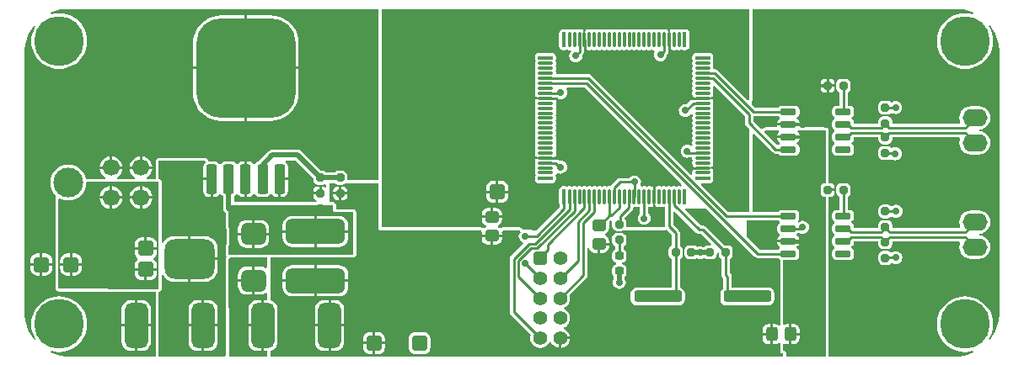
<source format=gtl>
G04*
G04 #@! TF.GenerationSoftware,Altium Limited,Altium Designer,19.0.5 (141)*
G04*
G04 Layer_Physical_Order=1*
G04 Layer_Color=255*
%FSLAX43Y43*%
%MOMM*%
G71*
G01*
G75*
G04:AMPARAMS|DCode=39|XSize=1.6mm|YSize=1.6mm|CornerRadius=0.4mm|HoleSize=0mm|Usage=FLASHONLY|Rotation=270.000|XOffset=0mm|YOffset=0mm|HoleType=Round|Shape=RoundedRectangle|*
%AMROUNDEDRECTD39*
21,1,1.600,0.800,0,0,270.0*
21,1,0.800,1.600,0,0,270.0*
1,1,0.800,-0.400,-0.400*
1,1,0.800,-0.400,0.400*
1,1,0.800,0.400,0.400*
1,1,0.800,0.400,-0.400*
%
%ADD39ROUNDEDRECTD39*%
G04:AMPARAMS|DCode=40|XSize=4mm|YSize=5mm|CornerRadius=1mm|HoleSize=0mm|Usage=FLASHONLY|Rotation=270.000|XOffset=0mm|YOffset=0mm|HoleType=Round|Shape=RoundedRectangle|*
%AMROUNDEDRECTD40*
21,1,4.000,3.000,0,0,270.0*
21,1,2.000,5.000,0,0,270.0*
1,1,2.000,-1.500,-1.000*
1,1,2.000,-1.500,1.000*
1,1,2.000,1.500,1.000*
1,1,2.000,1.500,-1.000*
%
%ADD40ROUNDEDRECTD40*%
G04:AMPARAMS|DCode=41|XSize=0.8mm|YSize=0.8mm|CornerRadius=0.2mm|HoleSize=0mm|Usage=FLASHONLY|Rotation=180.000|XOffset=0mm|YOffset=0mm|HoleType=Round|Shape=RoundedRectangle|*
%AMROUNDEDRECTD41*
21,1,0.800,0.400,0,0,180.0*
21,1,0.400,0.800,0,0,180.0*
1,1,0.400,-0.200,0.200*
1,1,0.400,0.200,0.200*
1,1,0.400,0.200,-0.200*
1,1,0.400,-0.200,-0.200*
%
%ADD41ROUNDEDRECTD41*%
G04:AMPARAMS|DCode=42|XSize=0.85mm|YSize=0.8mm|CornerRadius=0.2mm|HoleSize=0mm|Usage=FLASHONLY|Rotation=0.000|XOffset=0mm|YOffset=0mm|HoleType=Round|Shape=RoundedRectangle|*
%AMROUNDEDRECTD42*
21,1,0.850,0.400,0,0,0.0*
21,1,0.450,0.800,0,0,0.0*
1,1,0.400,0.225,-0.200*
1,1,0.400,-0.225,-0.200*
1,1,0.400,-0.225,0.200*
1,1,0.400,0.225,0.200*
%
%ADD42ROUNDEDRECTD42*%
G04:AMPARAMS|DCode=43|XSize=4.5mm|YSize=2.3mm|CornerRadius=0.575mm|HoleSize=0mm|Usage=FLASHONLY|Rotation=270.000|XOffset=0mm|YOffset=0mm|HoleType=Round|Shape=RoundedRectangle|*
%AMROUNDEDRECTD43*
21,1,4.500,1.150,0,0,270.0*
21,1,3.350,2.300,0,0,270.0*
1,1,1.150,-0.575,-1.675*
1,1,1.150,-0.575,1.675*
1,1,1.150,0.575,1.675*
1,1,1.150,0.575,-1.675*
%
%ADD43ROUNDEDRECTD43*%
G04:AMPARAMS|DCode=44|XSize=1.5mm|YSize=0.28mm|CornerRadius=0.07mm|HoleSize=0mm|Usage=FLASHONLY|Rotation=180.000|XOffset=0mm|YOffset=0mm|HoleType=Round|Shape=RoundedRectangle|*
%AMROUNDEDRECTD44*
21,1,1.500,0.140,0,0,180.0*
21,1,1.360,0.280,0,0,180.0*
1,1,0.140,-0.680,0.070*
1,1,0.140,0.680,0.070*
1,1,0.140,0.680,-0.070*
1,1,0.140,-0.680,-0.070*
%
%ADD44ROUNDEDRECTD44*%
G04:AMPARAMS|DCode=45|XSize=1.5mm|YSize=0.4mm|CornerRadius=0.1mm|HoleSize=0mm|Usage=FLASHONLY|Rotation=180.000|XOffset=0mm|YOffset=0mm|HoleType=Round|Shape=RoundedRectangle|*
%AMROUNDEDRECTD45*
21,1,1.500,0.200,0,0,180.0*
21,1,1.300,0.400,0,0,180.0*
1,1,0.200,-0.650,0.100*
1,1,0.200,0.650,0.100*
1,1,0.200,0.650,-0.100*
1,1,0.200,-0.650,-0.100*
%
%ADD45ROUNDEDRECTD45*%
G04:AMPARAMS|DCode=46|XSize=1.5mm|YSize=0.28mm|CornerRadius=0.07mm|HoleSize=0mm|Usage=FLASHONLY|Rotation=90.000|XOffset=0mm|YOffset=0mm|HoleType=Round|Shape=RoundedRectangle|*
%AMROUNDEDRECTD46*
21,1,1.500,0.140,0,0,90.0*
21,1,1.360,0.280,0,0,90.0*
1,1,0.140,0.070,0.680*
1,1,0.140,0.070,-0.680*
1,1,0.140,-0.070,-0.680*
1,1,0.140,-0.070,0.680*
%
%ADD46ROUNDEDRECTD46*%
G04:AMPARAMS|DCode=47|XSize=1.5mm|YSize=0.4mm|CornerRadius=0.1mm|HoleSize=0mm|Usage=FLASHONLY|Rotation=90.000|XOffset=0mm|YOffset=0mm|HoleType=Round|Shape=RoundedRectangle|*
%AMROUNDEDRECTD47*
21,1,1.500,0.200,0,0,90.0*
21,1,1.300,0.400,0,0,90.0*
1,1,0.200,0.100,0.650*
1,1,0.200,0.100,-0.650*
1,1,0.200,-0.100,-0.650*
1,1,0.200,-0.100,0.650*
%
%ADD47ROUNDEDRECTD47*%
G04:AMPARAMS|DCode=48|XSize=10mm|YSize=10mm|CornerRadius=2.5mm|HoleSize=0mm|Usage=FLASHONLY|Rotation=270.000|XOffset=0mm|YOffset=0mm|HoleType=Round|Shape=RoundedRectangle|*
%AMROUNDEDRECTD48*
21,1,10.000,5.000,0,0,270.0*
21,1,5.000,10.000,0,0,270.0*
1,1,5.000,-2.500,-2.500*
1,1,5.000,-2.500,2.500*
1,1,5.000,2.500,2.500*
1,1,5.000,2.500,-2.500*
%
%ADD48ROUNDEDRECTD48*%
G04:AMPARAMS|DCode=49|XSize=3mm|YSize=1.1mm|CornerRadius=0.275mm|HoleSize=0mm|Usage=FLASHONLY|Rotation=270.000|XOffset=0mm|YOffset=0mm|HoleType=Round|Shape=RoundedRectangle|*
%AMROUNDEDRECTD49*
21,1,3.000,0.550,0,0,270.0*
21,1,2.450,1.100,0,0,270.0*
1,1,0.550,-0.275,-1.225*
1,1,0.550,-0.275,1.225*
1,1,0.550,0.275,1.225*
1,1,0.550,0.275,-1.225*
%
%ADD49ROUNDEDRECTD49*%
G04:AMPARAMS|DCode=50|XSize=2.2mm|YSize=2.5mm|CornerRadius=0.55mm|HoleSize=0mm|Usage=FLASHONLY|Rotation=90.000|XOffset=0mm|YOffset=0mm|HoleType=Round|Shape=RoundedRectangle|*
%AMROUNDEDRECTD50*
21,1,2.200,1.400,0,0,90.0*
21,1,1.100,2.500,0,0,90.0*
1,1,1.100,0.700,0.550*
1,1,1.100,0.700,-0.550*
1,1,1.100,-0.700,-0.550*
1,1,1.100,-0.700,0.550*
%
%ADD50ROUNDEDRECTD50*%
G04:AMPARAMS|DCode=51|XSize=1.4mm|YSize=1.2mm|CornerRadius=0.3mm|HoleSize=0mm|Usage=FLASHONLY|Rotation=180.000|XOffset=0mm|YOffset=0mm|HoleType=Round|Shape=RoundedRectangle|*
%AMROUNDEDRECTD51*
21,1,1.400,0.600,0,0,180.0*
21,1,0.800,1.200,0,0,180.0*
1,1,0.600,-0.400,0.300*
1,1,0.600,0.400,0.300*
1,1,0.600,0.400,-0.300*
1,1,0.600,-0.400,-0.300*
%
%ADD51ROUNDEDRECTD51*%
G04:AMPARAMS|DCode=52|XSize=0.8mm|YSize=0.8mm|CornerRadius=0.2mm|HoleSize=0mm|Usage=FLASHONLY|Rotation=270.000|XOffset=0mm|YOffset=0mm|HoleType=Round|Shape=RoundedRectangle|*
%AMROUNDEDRECTD52*
21,1,0.800,0.400,0,0,270.0*
21,1,0.400,0.800,0,0,270.0*
1,1,0.400,-0.200,-0.200*
1,1,0.400,-0.200,0.200*
1,1,0.400,0.200,0.200*
1,1,0.400,0.200,-0.200*
%
%ADD52ROUNDEDRECTD52*%
G04:AMPARAMS|DCode=53|XSize=0.6mm|YSize=1.6mm|CornerRadius=0.15mm|HoleSize=0mm|Usage=FLASHONLY|Rotation=90.000|XOffset=0mm|YOffset=0mm|HoleType=Round|Shape=RoundedRectangle|*
%AMROUNDEDRECTD53*
21,1,0.600,1.300,0,0,90.0*
21,1,0.300,1.600,0,0,90.0*
1,1,0.300,0.650,0.150*
1,1,0.300,0.650,-0.150*
1,1,0.300,-0.650,-0.150*
1,1,0.300,-0.650,0.150*
%
%ADD53ROUNDEDRECTD53*%
G04:AMPARAMS|DCode=54|XSize=4.8mm|YSize=1.2mm|CornerRadius=0.3mm|HoleSize=0mm|Usage=FLASHONLY|Rotation=180.000|XOffset=0mm|YOffset=0mm|HoleType=Round|Shape=RoundedRectangle|*
%AMROUNDEDRECTD54*
21,1,4.800,0.600,0,0,180.0*
21,1,4.200,1.200,0,0,180.0*
1,1,0.600,-2.100,0.300*
1,1,0.600,2.100,0.300*
1,1,0.600,2.100,-0.300*
1,1,0.600,-2.100,-0.300*
%
%ADD54ROUNDEDRECTD54*%
G04:AMPARAMS|DCode=55|XSize=2.5mm|YSize=6mm|CornerRadius=0.625mm|HoleSize=0mm|Usage=FLASHONLY|Rotation=270.000|XOffset=0mm|YOffset=0mm|HoleType=Round|Shape=RoundedRectangle|*
%AMROUNDEDRECTD55*
21,1,2.500,4.750,0,0,270.0*
21,1,1.250,6.000,0,0,270.0*
1,1,1.250,-2.375,-0.625*
1,1,1.250,-2.375,0.625*
1,1,1.250,2.375,0.625*
1,1,1.250,2.375,-0.625*
%
%ADD55ROUNDEDRECTD55*%
G04:AMPARAMS|DCode=56|XSize=1.4mm|YSize=1.2mm|CornerRadius=0.3mm|HoleSize=0mm|Usage=FLASHONLY|Rotation=90.000|XOffset=0mm|YOffset=0mm|HoleType=Round|Shape=RoundedRectangle|*
%AMROUNDEDRECTD56*
21,1,1.400,0.600,0,0,90.0*
21,1,0.800,1.200,0,0,90.0*
1,1,0.600,0.300,0.400*
1,1,0.600,0.300,-0.400*
1,1,0.600,-0.300,-0.400*
1,1,0.600,-0.300,0.400*
%
%ADD56ROUNDEDRECTD56*%
%ADD57C,0.500*%
%ADD58C,0.220*%
%ADD59C,0.250*%
%ADD60C,1.400*%
G04:AMPARAMS|DCode=61|XSize=1.4mm|YSize=1.4mm|CornerRadius=0.35mm|HoleSize=0mm|Usage=FLASHONLY|Rotation=0.000|XOffset=0mm|YOffset=0mm|HoleType=Round|Shape=RoundedRectangle|*
%AMROUNDEDRECTD61*
21,1,1.400,0.700,0,0,0.0*
21,1,0.700,1.400,0,0,0.0*
1,1,0.700,0.350,-0.350*
1,1,0.700,-0.350,-0.350*
1,1,0.700,-0.350,0.350*
1,1,0.700,0.350,0.350*
%
%ADD61ROUNDEDRECTD61*%
%ADD62O,2.500X1.750*%
%ADD63C,1.700*%
%ADD64C,3.000*%
G04:AMPARAMS|DCode=65|XSize=1.6mm|YSize=1.6mm|CornerRadius=0.4mm|HoleSize=0mm|Usage=FLASHONLY|Rotation=0.000|XOffset=0mm|YOffset=0mm|HoleType=Round|Shape=RoundedRectangle|*
%AMROUNDEDRECTD65*
21,1,1.600,0.800,0,0,0.0*
21,1,0.800,1.600,0,0,0.0*
1,1,0.800,0.400,-0.400*
1,1,0.800,-0.400,-0.400*
1,1,0.800,-0.400,0.400*
1,1,0.800,0.400,0.400*
%
%ADD65ROUNDEDRECTD65*%
%ADD66C,5.000*%
%ADD67C,0.700*%
G36*
X90878Y31663D02*
X91446Y31511D01*
X91870Y31335D01*
X91875Y31324D01*
X91764Y31196D01*
X91439Y31274D01*
X91000Y31309D01*
X90561Y31274D01*
X90132Y31171D01*
X89725Y31003D01*
X89349Y30772D01*
X89014Y30486D01*
X88728Y30151D01*
X88497Y29775D01*
X88329Y29368D01*
X88226Y28939D01*
X88191Y28500D01*
X88226Y28061D01*
X88329Y27632D01*
X88497Y27225D01*
X88728Y26849D01*
X89014Y26514D01*
X89349Y26228D01*
X89725Y25997D01*
X90132Y25829D01*
X90561Y25726D01*
X91000Y25691D01*
X91439Y25726D01*
X91868Y25829D01*
X92275Y25997D01*
X92651Y26228D01*
X92986Y26514D01*
X93272Y26849D01*
X93503Y27225D01*
X93671Y27632D01*
X93774Y28061D01*
X93809Y28500D01*
X93774Y28939D01*
X93671Y29368D01*
X93503Y29775D01*
X93381Y29973D01*
X93505Y30058D01*
X93741Y29750D01*
X94036Y29240D01*
X94261Y28696D01*
X94413Y28128D01*
X94490Y27544D01*
Y27250D01*
Y1250D01*
Y956D01*
X94413Y372D01*
X94261Y-196D01*
X94036Y-740D01*
X93741Y-1250D01*
X93505Y-1558D01*
X93381Y-1473D01*
X93503Y-1275D01*
X93671Y-868D01*
X93774Y-439D01*
X93809Y0D01*
X93774Y439D01*
X93671Y868D01*
X93503Y1275D01*
X93272Y1651D01*
X92986Y1986D01*
X92651Y2272D01*
X92275Y2503D01*
X91868Y2671D01*
X91439Y2774D01*
X91000Y2809D01*
X90561Y2774D01*
X90132Y2671D01*
X89725Y2503D01*
X89349Y2272D01*
X89014Y1986D01*
X88728Y1651D01*
X88497Y1275D01*
X88329Y868D01*
X88226Y439D01*
X88191Y0D01*
X88226Y-439D01*
X88329Y-868D01*
X88497Y-1275D01*
X88728Y-1651D01*
X89014Y-1986D01*
X89349Y-2272D01*
X89725Y-2503D01*
X90132Y-2671D01*
X90561Y-2774D01*
X91000Y-2809D01*
X91439Y-2774D01*
X91764Y-2696D01*
X91875Y-2824D01*
X91870Y-2835D01*
X91446Y-3011D01*
X90878Y-3163D01*
X90294Y-3240D01*
X77306D01*
Y12790D01*
X77412D01*
X77608Y12829D01*
X77773Y12940D01*
X77883Y13105D01*
X77922Y13300D01*
Y13375D01*
X77213D01*
Y13625D01*
X77922D01*
Y13700D01*
X77883Y13895D01*
X77773Y14060D01*
X77608Y14171D01*
X77412Y14210D01*
X77306D01*
Y19470D01*
X77301Y19497D01*
X77301Y19524D01*
X77289Y19555D01*
X77283Y19587D01*
X77267Y19610D01*
X77258Y19635D01*
X77235Y19659D01*
X77216Y19686D01*
X77194Y19701D01*
X77175Y19721D01*
X77145Y19734D01*
X77117Y19752D01*
X77090Y19758D01*
X77065Y19769D01*
X76928Y19799D01*
X76895Y19799D01*
X76862Y19806D01*
X74895D01*
X74868Y19801D01*
X74854D01*
X74850Y19800D01*
X74835D01*
X74809Y19795D01*
X74805Y19795D01*
X74675Y19778D01*
X74545Y19795D01*
X74541Y19795D01*
X74515Y19800D01*
X74500D01*
X74496Y19801D01*
X74488D01*
X74474Y19802D01*
X74455Y19806D01*
X74454D01*
X74359Y19922D01*
X74369Y19970D01*
Y19995D01*
X73260D01*
X72151D01*
Y19970D01*
X72161Y19922D01*
X72066Y19806D01*
X70914D01*
X70884Y19800D01*
X70854D01*
X70843Y19798D01*
X70839Y19796D01*
X70836Y19796D01*
X70811Y19785D01*
X70797Y19783D01*
X70782Y19772D01*
X70732Y19752D01*
X70730Y19750D01*
X70727Y19748D01*
X70690Y19710D01*
X70687Y19707D01*
X70533Y19687D01*
X70491Y19697D01*
X69772Y20415D01*
Y20957D01*
X72258D01*
X72286Y20916D01*
X72401Y20838D01*
X72412Y20789D01*
Y20721D01*
X72401Y20672D01*
X72286Y20594D01*
X72186Y20446D01*
X72151Y20270D01*
Y20245D01*
X73260D01*
X74369D01*
Y20270D01*
X74334Y20446D01*
X74234Y20594D01*
X74119Y20672D01*
X74108Y20721D01*
Y20789D01*
X74119Y20838D01*
X74234Y20916D01*
X74334Y21064D01*
X74369Y21240D01*
Y21540D01*
X74334Y21716D01*
X74234Y21864D01*
X74086Y21964D01*
X73910Y21999D01*
X72610D01*
X72434Y21964D01*
X72286Y21864D01*
X72258Y21823D01*
X69893D01*
X69546Y22171D01*
X69555Y22357D01*
X69580Y22394D01*
X69622Y22456D01*
X69645Y22573D01*
Y31740D01*
X90294D01*
X90878Y31663D01*
D02*
G37*
G36*
X32070Y14487D02*
X28992D01*
X28948Y14540D01*
Y14941D01*
X28909Y15136D01*
X28798Y15301D01*
X28633Y15411D01*
X28438Y15450D01*
X28038D01*
X27843Y15411D01*
X27678Y15301D01*
X26798D01*
X26633Y15411D01*
X26438Y15450D01*
X26321D01*
X24350Y17421D01*
X24168Y17543D01*
X23954Y17585D01*
X21426D01*
X21212Y17543D01*
X21030Y17421D01*
X20055Y16447D01*
X20016Y16388D01*
X19936Y16372D01*
X19745Y16245D01*
X19675Y16139D01*
X19495D01*
X19425Y16245D01*
X19234Y16372D01*
X19010Y16416D01*
X18860D01*
Y14605D01*
Y12794D01*
X19010D01*
X19234Y12838D01*
X19425Y12965D01*
X19495Y13071D01*
X19675D01*
X19745Y12965D01*
X19936Y12838D01*
X20160Y12794D01*
X20710D01*
X20934Y12838D01*
X21125Y12965D01*
X21195Y13071D01*
X21375D01*
X21445Y12965D01*
X21636Y12838D01*
X21860Y12794D01*
X22010D01*
Y14605D01*
X22135D01*
Y14730D01*
X22996D01*
Y15830D01*
X22952Y16054D01*
X22825Y16245D01*
X22721Y16314D01*
X22766Y16464D01*
X23722D01*
X25528Y14657D01*
Y14540D01*
X25567Y14345D01*
X25678Y14180D01*
X25843Y14070D01*
X26038Y14031D01*
X26438D01*
X26633Y14070D01*
X26716Y14125D01*
X26866Y14045D01*
Y13861D01*
X26716Y13781D01*
X26633Y13836D01*
X26438Y13875D01*
X26363D01*
Y13165D01*
X26238D01*
Y13040D01*
X25528D01*
Y12965D01*
X25567Y12770D01*
X25678Y12605D01*
X25843Y12495D01*
X25857Y12339D01*
X25835Y12306D01*
X17596D01*
Y12879D01*
X17725Y12965D01*
X17795Y13071D01*
X17975D01*
X18045Y12965D01*
X18236Y12838D01*
X18460Y12794D01*
X18610D01*
Y14605D01*
Y16416D01*
X18460D01*
X18236Y16372D01*
X18045Y16245D01*
X17975Y16139D01*
X17795D01*
X17725Y16245D01*
X17534Y16372D01*
X17310Y16416D01*
X16760D01*
X16536Y16372D01*
X16345Y16245D01*
X16275Y16139D01*
X16095D01*
X16025Y16245D01*
X15834Y16372D01*
X15610Y16416D01*
X15060D01*
X14987Y16402D01*
X14950Y16522D01*
X14943Y16535D01*
X14940Y16550D01*
X14915Y16588D01*
X14894Y16627D01*
X14882Y16637D01*
X14874Y16649D01*
X14837Y16674D01*
X14802Y16703D01*
X14787Y16707D01*
X14775Y16716D01*
X14731Y16724D01*
X14688Y16738D01*
X14673Y16736D01*
X14658Y16739D01*
X10000D01*
X9883Y16716D01*
X9784Y16649D01*
X9717Y16550D01*
X9694Y16433D01*
Y14606D01*
X8852D01*
X8811Y14710D01*
X8810Y14756D01*
X9037Y14930D01*
X9222Y15170D01*
X9337Y15450D01*
X9360Y15625D01*
X8217D01*
X7074D01*
X7097Y15450D01*
X7212Y15170D01*
X7397Y14930D01*
X7624Y14756D01*
X7623Y14710D01*
X7582Y14606D01*
X5852D01*
X5811Y14710D01*
X5810Y14756D01*
X6037Y14930D01*
X6222Y15170D01*
X6337Y15450D01*
X6360Y15625D01*
X5217D01*
X4074D01*
X4097Y15450D01*
X4212Y15170D01*
X4397Y14930D01*
X4624Y14756D01*
X4623Y14710D01*
X4582Y14606D01*
X2771D01*
X2757Y14605D01*
X2756Y14605D01*
X2691Y14603D01*
X2588Y14942D01*
X2421Y15255D01*
X2196Y15529D01*
X1922Y15754D01*
X1609Y15921D01*
X1270Y16024D01*
X917Y16059D01*
X564Y16024D01*
X225Y15921D01*
X-88Y15754D01*
X-362Y15529D01*
X-587Y15255D01*
X-754Y14942D01*
X-857Y14603D01*
X-892Y14250D01*
X-857Y13897D01*
X-754Y13558D01*
X-587Y13245D01*
X-362Y12971D01*
X-355Y12965D01*
X-351Y12958D01*
X-328Y12891D01*
X-334Y12782D01*
X-350Y12748D01*
X-370Y12717D01*
X-375Y12695D01*
X-385Y12675D01*
X-386Y12637D01*
X-394Y12600D01*
Y3712D01*
X-382Y3654D01*
X-371Y3596D01*
X-325Y3483D01*
X-292Y3434D01*
X-260Y3384D01*
X-259Y3384D01*
X-259Y3383D01*
X-210Y3350D01*
X-161Y3317D01*
X-160Y3317D01*
X-160Y3317D01*
X-102Y3305D01*
X-44Y3293D01*
X9694Y3209D01*
Y-3240D01*
X706D01*
X122Y-3163D01*
X-446Y-3011D01*
X-870Y-2835D01*
X-875Y-2824D01*
X-764Y-2696D01*
X-439Y-2774D01*
X0Y-2809D01*
X439Y-2774D01*
X868Y-2671D01*
X1275Y-2503D01*
X1651Y-2272D01*
X1986Y-1986D01*
X2272Y-1651D01*
X2503Y-1275D01*
X2671Y-868D01*
X2774Y-439D01*
X2809Y0D01*
X2774Y439D01*
X2671Y868D01*
X2503Y1275D01*
X2272Y1651D01*
X1986Y1986D01*
X1651Y2272D01*
X1275Y2503D01*
X868Y2671D01*
X439Y2774D01*
X0Y2809D01*
X-439Y2774D01*
X-868Y2671D01*
X-1275Y2503D01*
X-1651Y2272D01*
X-1986Y1986D01*
X-2272Y1651D01*
X-2503Y1275D01*
X-2671Y868D01*
X-2774Y439D01*
X-2809Y0D01*
X-2774Y-439D01*
X-2671Y-868D01*
X-2503Y-1275D01*
X-2381Y-1473D01*
X-2505Y-1558D01*
X-2741Y-1250D01*
X-3036Y-740D01*
X-3261Y-196D01*
X-3413Y372D01*
X-3490Y956D01*
Y1250D01*
Y27250D01*
Y27544D01*
X-3413Y28128D01*
X-3261Y28696D01*
X-3036Y29240D01*
X-2741Y29750D01*
X-2505Y30058D01*
X-2381Y29973D01*
X-2503Y29775D01*
X-2671Y29368D01*
X-2774Y28939D01*
X-2809Y28500D01*
X-2774Y28061D01*
X-2671Y27632D01*
X-2503Y27225D01*
X-2272Y26849D01*
X-1986Y26514D01*
X-1651Y26228D01*
X-1275Y25997D01*
X-868Y25829D01*
X-439Y25726D01*
X0Y25691D01*
X439Y25726D01*
X868Y25829D01*
X1275Y25997D01*
X1651Y26228D01*
X1986Y26514D01*
X2272Y26849D01*
X2503Y27225D01*
X2671Y27632D01*
X2774Y28061D01*
X2809Y28500D01*
X2774Y28939D01*
X2671Y29368D01*
X2503Y29775D01*
X2272Y30151D01*
X1986Y30486D01*
X1651Y30772D01*
X1275Y31003D01*
X868Y31171D01*
X439Y31274D01*
X0Y31309D01*
X-439Y31274D01*
X-764Y31196D01*
X-875Y31324D01*
X-870Y31335D01*
X-446Y31511D01*
X122Y31663D01*
X706Y31740D01*
X32070D01*
Y14487D01*
D02*
G37*
G36*
X69339Y22573D02*
X69200Y22516D01*
X66171Y25545D01*
X66031Y25639D01*
X65865Y25672D01*
X65726D01*
Y25809D01*
X65698Y25953D01*
X65674Y25989D01*
X65698Y26025D01*
X65726Y26169D01*
Y26309D01*
X65698Y26453D01*
X65670Y26494D01*
X65696Y26533D01*
X65727Y26689D01*
Y26889D01*
X65696Y27045D01*
X65607Y27177D01*
X65475Y27266D01*
X65319Y27297D01*
X64019D01*
X63863Y27266D01*
X63731Y27177D01*
X63642Y27045D01*
X63611Y26889D01*
Y26689D01*
X63642Y26533D01*
X63668Y26494D01*
X63640Y26453D01*
X63612Y26309D01*
Y26169D01*
X63640Y26025D01*
X63664Y25989D01*
X63640Y25953D01*
X63612Y25809D01*
Y25669D01*
X63640Y25525D01*
X63664Y25489D01*
X63640Y25453D01*
X63612Y25309D01*
Y25169D01*
X63640Y25025D01*
X63664Y24989D01*
X63640Y24953D01*
X63612Y24809D01*
Y24669D01*
X63640Y24525D01*
X63664Y24489D01*
X63640Y24453D01*
X63612Y24309D01*
Y24169D01*
X63640Y24025D01*
X63664Y23989D01*
X63640Y23953D01*
X63612Y23809D01*
Y23669D01*
X63640Y23525D01*
X63664Y23489D01*
X63640Y23453D01*
X63612Y23309D01*
Y23169D01*
X63640Y23025D01*
X63664Y22989D01*
X63640Y22953D01*
X63623Y22864D01*
X63779D01*
X63845Y22820D01*
X63989Y22792D01*
X64669D01*
X65349D01*
X65493Y22820D01*
X65559Y22864D01*
X65715D01*
X65698Y22953D01*
X65674Y22989D01*
X65698Y23025D01*
X65726Y23169D01*
Y23309D01*
X65698Y23453D01*
X65674Y23489D01*
X65698Y23525D01*
X65726Y23669D01*
Y23809D01*
X65707Y23907D01*
X65845Y23981D01*
X68906Y20921D01*
Y20236D01*
X68939Y20070D01*
X69033Y19930D01*
X69339Y19623D01*
Y11323D01*
X67189D01*
X64470Y14043D01*
X64528Y14181D01*
X65319D01*
X65475Y14212D01*
X65607Y14301D01*
X65696Y14433D01*
X65727Y14589D01*
Y14789D01*
X65696Y14945D01*
X65670Y14984D01*
X65698Y15025D01*
X65726Y15169D01*
Y15309D01*
X65698Y15453D01*
X65674Y15489D01*
X65698Y15525D01*
X65715Y15614D01*
X65559D01*
X65493Y15658D01*
X65349Y15686D01*
X64669D01*
X63989D01*
X63845Y15658D01*
X63779Y15614D01*
X63623D01*
X63640Y15525D01*
X63664Y15489D01*
X63640Y15453D01*
X63612Y15309D01*
Y15169D01*
X63626Y15099D01*
X63487Y15025D01*
X53467Y25045D01*
X53327Y25139D01*
X53161Y25172D01*
X49926D01*
Y25309D01*
X49898Y25453D01*
X49874Y25489D01*
X49898Y25525D01*
X49926Y25669D01*
Y25809D01*
X49898Y25953D01*
X49874Y25989D01*
X49898Y26025D01*
X49926Y26169D01*
Y26309D01*
X49898Y26453D01*
X49870Y26494D01*
X49896Y26533D01*
X49927Y26689D01*
Y26889D01*
X49896Y27045D01*
X49807Y27177D01*
X49675Y27266D01*
X49519Y27297D01*
X48219D01*
X48063Y27266D01*
X47931Y27177D01*
X47842Y27045D01*
X47811Y26889D01*
Y26689D01*
X47842Y26533D01*
X47868Y26494D01*
X47840Y26453D01*
X47812Y26309D01*
Y26169D01*
X47840Y26025D01*
X47864Y25989D01*
X47840Y25953D01*
X47812Y25809D01*
Y25669D01*
X47840Y25525D01*
X47864Y25489D01*
X47840Y25453D01*
X47812Y25309D01*
Y25169D01*
X47840Y25025D01*
X47864Y24989D01*
X47840Y24953D01*
X47812Y24809D01*
Y24669D01*
X47840Y24525D01*
X47864Y24489D01*
X47840Y24453D01*
X47812Y24309D01*
Y24169D01*
X47840Y24025D01*
X47864Y23989D01*
X47840Y23953D01*
X47812Y23809D01*
Y23669D01*
X47840Y23525D01*
X47864Y23489D01*
X47840Y23453D01*
X47812Y23309D01*
Y23169D01*
X47840Y23025D01*
X47864Y22989D01*
X47840Y22953D01*
X47823Y22864D01*
X47979D01*
X48045Y22820D01*
X48189Y22792D01*
X48869D01*
Y22686D01*
X48189D01*
X48045Y22658D01*
X47979Y22614D01*
X47823D01*
X47840Y22525D01*
X47864Y22489D01*
X47840Y22453D01*
X47812Y22309D01*
Y22169D01*
X47840Y22025D01*
X47864Y21989D01*
X47840Y21953D01*
X47812Y21809D01*
Y21669D01*
X47840Y21525D01*
X47864Y21489D01*
X47840Y21453D01*
X47812Y21309D01*
Y21169D01*
X47840Y21025D01*
X47864Y20989D01*
X47840Y20953D01*
X47812Y20809D01*
Y20669D01*
X47840Y20525D01*
X47864Y20489D01*
X47840Y20453D01*
X47812Y20309D01*
Y20169D01*
X47840Y20025D01*
X47864Y19989D01*
X47840Y19953D01*
X47812Y19809D01*
Y19669D01*
X47840Y19525D01*
X47864Y19489D01*
X47840Y19453D01*
X47812Y19309D01*
Y19169D01*
X47840Y19025D01*
X47864Y18989D01*
X47840Y18953D01*
X47812Y18809D01*
Y18669D01*
X47840Y18525D01*
X47864Y18489D01*
X47840Y18453D01*
X47812Y18309D01*
Y18169D01*
X47840Y18025D01*
X47864Y17989D01*
X47840Y17953D01*
X47812Y17809D01*
Y17669D01*
X47840Y17525D01*
X47864Y17489D01*
X47840Y17453D01*
X47812Y17309D01*
Y17169D01*
X47840Y17025D01*
X47864Y16989D01*
X47840Y16953D01*
X47823Y16864D01*
X47979D01*
X48045Y16820D01*
X48189Y16792D01*
X48869D01*
X49549D01*
X49693Y16820D01*
X49759Y16864D01*
X49915D01*
X49898Y16953D01*
X49874Y16989D01*
X49898Y17025D01*
X49926Y17169D01*
Y17309D01*
X49898Y17453D01*
X49874Y17489D01*
X49898Y17525D01*
X49926Y17669D01*
Y17809D01*
X49898Y17953D01*
X49874Y17989D01*
X49898Y18025D01*
X49926Y18169D01*
Y18309D01*
X49898Y18453D01*
X49874Y18489D01*
X49898Y18525D01*
X49926Y18669D01*
Y18809D01*
X49898Y18953D01*
X49874Y18989D01*
X49898Y19025D01*
X49926Y19169D01*
Y19309D01*
X49898Y19453D01*
X49874Y19489D01*
X49898Y19525D01*
X49926Y19669D01*
Y19809D01*
X49898Y19953D01*
X49874Y19989D01*
X49898Y20025D01*
X49926Y20169D01*
Y20309D01*
X49898Y20453D01*
X49874Y20489D01*
X49898Y20525D01*
X49926Y20669D01*
Y20809D01*
X49898Y20953D01*
X49874Y20989D01*
X49898Y21025D01*
X49926Y21169D01*
Y21309D01*
X49898Y21453D01*
X49874Y21489D01*
X49898Y21525D01*
X49926Y21669D01*
Y21809D01*
X49898Y21953D01*
X49874Y21989D01*
X49898Y22025D01*
X49926Y22169D01*
Y22309D01*
X49898Y22453D01*
X49874Y22489D01*
X49898Y22525D01*
X49924Y22657D01*
X49964Y22685D01*
X50072Y22732D01*
X50230Y22667D01*
X50400Y22644D01*
X50570Y22667D01*
X50728Y22732D01*
X50864Y22836D01*
X50968Y22972D01*
X51033Y23130D01*
X51056Y23300D01*
X51033Y23470D01*
X50968Y23628D01*
X50946Y23656D01*
X51020Y23806D01*
X52817D01*
X62597Y14026D01*
X62587Y13979D01*
X62483Y13868D01*
X62339Y13896D01*
X62199D01*
X62055Y13868D01*
X62019Y13844D01*
X61983Y13868D01*
X61839Y13896D01*
X61699D01*
X61555Y13868D01*
X61519Y13844D01*
X61483Y13868D01*
X61339Y13896D01*
X61199D01*
X61055Y13868D01*
X61019Y13844D01*
X60983Y13868D01*
X60839Y13896D01*
X60699D01*
X60555Y13868D01*
X60519Y13844D01*
X60483Y13868D01*
X60339Y13896D01*
X60199D01*
X60055Y13868D01*
X60019Y13844D01*
X59983Y13868D01*
X59894Y13885D01*
Y13729D01*
X59850Y13663D01*
X59822Y13519D01*
Y12839D01*
Y12159D01*
X59850Y12015D01*
X59894Y11949D01*
Y11793D01*
X59983Y11810D01*
X60019Y11834D01*
X60055Y11810D01*
X60199Y11782D01*
X60339D01*
X60483Y11810D01*
X60519Y11834D01*
X60555Y11810D01*
X60699Y11782D01*
X60839D01*
X60851Y11772D01*
Y9856D01*
X60852Y9850D01*
X60757Y9734D01*
X57063D01*
X56968Y9850D01*
X56971Y9863D01*
Y10263D01*
X56932Y10458D01*
X56821Y10623D01*
X56878Y10766D01*
X57560Y11448D01*
X57654Y11588D01*
X57664Y11636D01*
X57699Y11782D01*
X57839D01*
X57983Y11810D01*
X58019Y11834D01*
X58055Y11810D01*
X58199Y11782D01*
X58336D01*
Y11137D01*
X58305Y11114D01*
X58201Y10978D01*
X58136Y10820D01*
X58113Y10650D01*
X58136Y10480D01*
X58201Y10322D01*
X58305Y10186D01*
X58441Y10082D01*
X58599Y10017D01*
X58769Y9994D01*
X58939Y10017D01*
X59097Y10082D01*
X59233Y10186D01*
X59337Y10322D01*
X59402Y10480D01*
X59425Y10650D01*
X59402Y10820D01*
X59337Y10978D01*
X59233Y11114D01*
X59202Y11137D01*
Y11782D01*
X59339D01*
X59483Y11810D01*
X59519Y11834D01*
X59555Y11810D01*
X59644Y11793D01*
Y11949D01*
X59688Y12015D01*
X59716Y12159D01*
Y12839D01*
Y13519D01*
X59688Y13663D01*
X59644Y13729D01*
Y13885D01*
X59555Y13868D01*
X59519Y13844D01*
X59483Y13868D01*
X59339Y13896D01*
X59199D01*
X59055Y13868D01*
X59019Y13844D01*
X58983Y13868D01*
X58839Y13896D01*
X58699D01*
X58555Y13868D01*
X58428Y13957D01*
X58395Y14038D01*
X58433Y14130D01*
X58455Y14300D01*
X58433Y14470D01*
X58368Y14628D01*
X58263Y14764D01*
X58128Y14868D01*
X57970Y14933D01*
X57800Y14956D01*
X57630Y14933D01*
X57472Y14868D01*
X57336Y14764D01*
X57301Y14718D01*
X56344D01*
X56184Y14686D01*
X56048Y14596D01*
X55473Y14021D01*
X55384Y13887D01*
X55339Y13896D01*
X55199D01*
X55055Y13868D01*
X55019Y13844D01*
X54983Y13868D01*
X54839Y13896D01*
X54699D01*
X54555Y13868D01*
X54519Y13844D01*
X54483Y13868D01*
X54339Y13896D01*
X54199D01*
X54055Y13868D01*
X54019Y13844D01*
X53983Y13868D01*
X53839Y13896D01*
X53699D01*
X53555Y13868D01*
X53519Y13844D01*
X53483Y13868D01*
X53339Y13896D01*
X53199D01*
X53055Y13868D01*
X53019Y13844D01*
X52983Y13868D01*
X52839Y13896D01*
X52699D01*
X52555Y13868D01*
X52519Y13844D01*
X52483Y13868D01*
X52339Y13896D01*
X52199D01*
X52055Y13868D01*
X52019Y13844D01*
X51983Y13868D01*
X51839Y13896D01*
X51699D01*
X51555Y13868D01*
X51519Y13844D01*
X51483Y13868D01*
X51339Y13896D01*
X51199D01*
X51055Y13868D01*
X51014Y13840D01*
X50975Y13866D01*
X50819Y13897D01*
X50619D01*
X50463Y13866D01*
X50331Y13777D01*
X50242Y13645D01*
X50211Y13489D01*
Y12189D01*
X50242Y12033D01*
X50301Y11945D01*
Y11787D01*
X47984Y9469D01*
X47015Y9475D01*
X46995Y9483D01*
X46825Y9506D01*
X46655Y9483D01*
X46582Y9497D01*
X46555Y9543D01*
X46529Y9591D01*
X46504Y9622D01*
X46492Y9632D01*
X46484Y9644D01*
X46446Y9669D01*
X46411Y9698D01*
X46397Y9702D01*
X46384Y9710D01*
X46340Y9719D01*
X46297Y9732D01*
X46282Y9731D01*
X46267Y9734D01*
X44560D01*
X44546Y9731D01*
X44531Y9732D01*
X44487Y9719D01*
X44443Y9710D01*
X44431Y9702D01*
X44416Y9698D01*
X44331Y9650D01*
X44209Y9703D01*
X44109Y9769D01*
X44067Y9778D01*
Y9931D01*
X44109Y9939D01*
X44308Y10072D01*
X44440Y10270D01*
X44487Y10504D01*
Y10679D01*
X43475D01*
X42463D01*
Y10504D01*
X42510Y10270D01*
X42642Y10072D01*
X42841Y9939D01*
X42883Y9931D01*
Y9778D01*
X42841Y9769D01*
X42741Y9703D01*
X42619Y9650D01*
X42534Y9698D01*
X42519Y9702D01*
X42507Y9710D01*
X42463Y9719D01*
X42419Y9732D01*
X42404Y9731D01*
X42390Y9734D01*
X32376D01*
Y31740D01*
X69339D01*
Y22573D01*
D02*
G37*
G36*
X77000Y19470D02*
Y14207D01*
X76817Y14171D01*
X76652Y14060D01*
X76542Y13895D01*
X76503Y13700D01*
Y13300D01*
X76542Y13105D01*
X76652Y12940D01*
X76817Y12829D01*
X77000Y12793D01*
Y-3240D01*
X73056D01*
Y-2956D01*
X73050Y-2926D01*
Y-2896D01*
X73038Y-2868D01*
X73033Y-2839D01*
X73016Y-2814D01*
X73004Y-2786D01*
X72983Y-2765D01*
X72966Y-2740D01*
X72941Y-2723D01*
X72920Y-2702D01*
X72892Y-2690D01*
X72867Y-2673D01*
X72838Y-2667D01*
X72810Y-2656D01*
X72755Y-2645D01*
X72750Y-2620D01*
Y-2027D01*
X72753Y-2012D01*
X72798Y-1976D01*
X72817Y-1967D01*
X72908Y-1943D01*
X72941Y-1965D01*
X73175Y-2012D01*
X73350D01*
Y-1000D01*
Y12D01*
X73175D01*
X72941Y-35D01*
X72908Y-57D01*
X72817Y-33D01*
X72798Y-24D01*
X72753Y12D01*
X72750Y27D01*
Y6471D01*
X73900D01*
X74076Y6506D01*
X74224Y6606D01*
X74324Y6754D01*
X74359Y6930D01*
Y7230D01*
X74324Y7406D01*
X74224Y7554D01*
X74109Y7632D01*
X74098Y7681D01*
Y7749D01*
X74109Y7798D01*
X74224Y7876D01*
X74324Y8024D01*
X74359Y8200D01*
Y8225D01*
X73250D01*
X72141D01*
Y8200D01*
X72176Y8024D01*
X72276Y7876D01*
X72391Y7798D01*
X72402Y7749D01*
Y7681D01*
X72391Y7632D01*
X72276Y7554D01*
X72248Y7513D01*
X70335D01*
X69033Y8816D01*
Y10457D01*
X72248D01*
X72276Y10416D01*
X72391Y10338D01*
X72402Y10289D01*
Y10221D01*
X72391Y10172D01*
X72276Y10094D01*
X72176Y9946D01*
X72141Y9770D01*
Y9470D01*
X72176Y9294D01*
X72276Y9146D01*
X72391Y9068D01*
X72402Y9019D01*
Y8951D01*
X72391Y8902D01*
X72276Y8824D01*
X72176Y8676D01*
X72141Y8500D01*
Y8475D01*
X73250D01*
X74359D01*
Y8500D01*
X74324Y8676D01*
X74224Y8824D01*
X74109Y8902D01*
X74098Y8951D01*
Y9019D01*
X74109Y9068D01*
X74224Y9146D01*
X74227Y9150D01*
X74372Y9182D01*
X74530Y9117D01*
X74700Y9094D01*
X74870Y9117D01*
X75028Y9182D01*
X75164Y9286D01*
X75268Y9422D01*
X75333Y9580D01*
X75356Y9750D01*
X75333Y9920D01*
X75268Y10078D01*
X75164Y10214D01*
X75028Y10318D01*
X74870Y10383D01*
X74700Y10406D01*
X74530Y10383D01*
X74372Y10318D01*
X74251Y10224D01*
X74237Y10224D01*
X74223Y10227D01*
X74206Y10243D01*
X74199Y10257D01*
X74198Y10398D01*
X74224Y10416D01*
X74324Y10564D01*
X74359Y10740D01*
Y11040D01*
X74324Y11216D01*
X74224Y11364D01*
X74076Y11464D01*
X73900Y11499D01*
X72600D01*
X72424Y11464D01*
X72276Y11364D01*
X72248Y11323D01*
X69645D01*
Y19121D01*
X69783Y19179D01*
X71689Y17274D01*
X71829Y17180D01*
X71995Y17147D01*
X72258D01*
X72286Y17106D01*
X72434Y17006D01*
X72610Y16971D01*
X73910D01*
X74086Y17006D01*
X74234Y17106D01*
X74334Y17254D01*
X74369Y17430D01*
Y17730D01*
X74334Y17906D01*
X74234Y18054D01*
X74119Y18132D01*
X74108Y18181D01*
Y18249D01*
X74119Y18298D01*
X74234Y18376D01*
X74334Y18524D01*
X74369Y18700D01*
Y18725D01*
X73260D01*
X72151D01*
Y18700D01*
X72186Y18524D01*
X72286Y18376D01*
X72401Y18298D01*
X72412Y18249D01*
Y18181D01*
X72401Y18132D01*
X72286Y18054D01*
X72126Y18061D01*
X70873Y19315D01*
X70864Y19351D01*
X70870Y19431D01*
X70877Y19458D01*
X70902Y19498D01*
X70914Y19500D01*
X72278D01*
X72324Y19350D01*
X72286Y19324D01*
X72186Y19176D01*
X72151Y19000D01*
Y18975D01*
X73260D01*
X74369D01*
Y19000D01*
X74334Y19176D01*
X74234Y19324D01*
X74196Y19350D01*
X74242Y19500D01*
X74455D01*
X74482Y19495D01*
X74496D01*
X74505Y19492D01*
X74675Y19469D01*
X74845Y19492D01*
X74854Y19495D01*
X74868D01*
X74895Y19500D01*
X76862D01*
X77000Y19470D01*
D02*
G37*
G36*
X32070Y11669D02*
Y9734D01*
X32093Y9617D01*
X32160Y9517D01*
X32259Y9451D01*
X32376Y9428D01*
X42369D01*
X42374Y9427D01*
X42444Y9352D01*
X42481Y9292D01*
X42463Y9204D01*
Y9029D01*
X43475D01*
X44487D01*
Y9204D01*
X44469Y9292D01*
X44506Y9352D01*
X44576Y9427D01*
X44581Y9428D01*
X46247D01*
X46252Y9426D01*
X46266Y9425D01*
X46276Y9415D01*
X46280Y9408D01*
X46285Y9399D01*
X46287Y9397D01*
X46290Y9392D01*
X46291Y9389D01*
X46318Y9342D01*
X46321Y9339D01*
X46330Y9323D01*
X46331Y9323D01*
X46331Y9323D01*
X46347Y9295D01*
X46257Y9178D01*
X46192Y9020D01*
X46169Y8850D01*
X46192Y8680D01*
X46257Y8522D01*
X46361Y8386D01*
X46497Y8282D01*
X46584Y8246D01*
X46628Y8078D01*
X45409Y6860D01*
X45319Y6724D01*
X45287Y6564D01*
Y1220D01*
X45319Y1060D01*
X45409Y924D01*
X47386Y-1053D01*
X47351Y-1139D01*
X47316Y-1400D01*
X47351Y-1661D01*
X47451Y-1904D01*
X47612Y-2113D01*
X47821Y-2273D01*
X48064Y-2374D01*
X48325Y-2409D01*
X48586Y-2374D01*
X48829Y-2273D01*
X49038Y-2113D01*
X49198Y-1904D01*
X49244Y-1795D01*
X49406D01*
X49451Y-1904D01*
X49612Y-2113D01*
X49821Y-2273D01*
X50064Y-2374D01*
X50200Y-2392D01*
Y-1400D01*
X50325D01*
Y-1275D01*
X51317D01*
X51299Y-1139D01*
X51199Y-896D01*
X51038Y-687D01*
X50829Y-526D01*
X50720Y-481D01*
Y-319D01*
X50829Y-273D01*
X51038Y-113D01*
X51199Y96D01*
X51299Y339D01*
X51334Y600D01*
X51299Y861D01*
X51199Y1104D01*
X51038Y1313D01*
X50829Y1473D01*
X50720Y1519D01*
Y1681D01*
X50829Y1727D01*
X51038Y1887D01*
X51199Y2096D01*
X51299Y2339D01*
X51334Y2600D01*
X51299Y2861D01*
X51264Y2947D01*
X52971Y4654D01*
X53061Y4790D01*
X53093Y4950D01*
Y7623D01*
X53243Y7637D01*
X53264Y7533D01*
X53396Y7334D01*
X53595Y7202D01*
X53829Y7155D01*
X54104D01*
Y8067D01*
X54229D01*
Y8192D01*
X55241D01*
Y8367D01*
X55194Y8601D01*
X55062Y8800D01*
X54863Y8932D01*
X54821Y8941D01*
Y9093D01*
X54863Y9102D01*
X55062Y9234D01*
X55194Y9433D01*
X55241Y9667D01*
Y10267D01*
X55235Y10294D01*
X55366Y10424D01*
X55436Y10414D01*
X55551Y10263D01*
Y9863D01*
X55590Y9668D01*
X55701Y9502D01*
X55866Y9392D01*
X56061Y9353D01*
X56461D01*
X56656Y9392D01*
X56721Y9435D01*
X56823Y9502D01*
X56919Y9464D01*
X56934Y9460D01*
X56946Y9451D01*
X56990Y9442D01*
X57033Y9429D01*
X57048Y9431D01*
X57063Y9428D01*
X60757D01*
X60772Y9431D01*
X60787Y9429D01*
X60830Y9442D01*
X60874Y9451D01*
X60887Y9460D01*
X60901Y9464D01*
X60936Y9493D01*
X60973Y9517D01*
X61099Y9435D01*
X61532Y9001D01*
Y7895D01*
X61390Y7799D01*
X61280Y7634D01*
X61241Y7439D01*
Y7039D01*
X61280Y6844D01*
X61390Y6679D01*
X61532Y6583D01*
Y3706D01*
X58043D01*
X57809Y3659D01*
X57610Y3527D01*
X57478Y3328D01*
X57431Y3094D01*
Y2494D01*
X57478Y2260D01*
X57610Y2061D01*
X57809Y1929D01*
X58043Y1882D01*
X62243D01*
X62477Y1929D01*
X62676Y2061D01*
X62808Y2260D01*
X62855Y2494D01*
Y3094D01*
X62808Y3328D01*
X62676Y3527D01*
X62477Y3659D01*
X62369Y3681D01*
Y6583D01*
X62511Y6679D01*
X62621Y6844D01*
X62660Y7039D01*
Y7439D01*
X62621Y7634D01*
X62511Y7799D01*
X62369Y7895D01*
Y9175D01*
X62337Y9334D01*
X62246Y9470D01*
X61687Y10029D01*
Y11318D01*
X61826Y11376D01*
X63997Y9204D01*
X64132Y9114D01*
X64292Y9082D01*
X64520D01*
X65504Y8099D01*
X65441Y7949D01*
X65179D01*
X64984Y7910D01*
X64819Y7799D01*
X64806Y7780D01*
X64698D01*
X64570Y7833D01*
X64400Y7856D01*
X64230Y7833D01*
X64100Y7779D01*
X64086Y7799D01*
X63921Y7910D01*
X63725Y7949D01*
X63326D01*
X63130Y7910D01*
X62965Y7799D01*
X62855Y7634D01*
X62816Y7439D01*
Y7039D01*
X62855Y6844D01*
X62965Y6679D01*
X63130Y6568D01*
X63326Y6529D01*
X63725D01*
X63921Y6568D01*
X64027Y6639D01*
X64063D01*
X64072Y6632D01*
X64230Y6567D01*
X64400Y6544D01*
X64570Y6567D01*
X64728Y6632D01*
X64762Y6659D01*
X64849D01*
X64984Y6568D01*
X65179Y6529D01*
X65579D01*
X65775Y6568D01*
X65940Y6679D01*
X66050Y6844D01*
X66089Y7039D01*
Y7126D01*
X66239Y7207D01*
X66245Y7203D01*
Y7039D01*
X66284Y6844D01*
X66394Y6679D01*
X66536Y6583D01*
Y4983D01*
X66568Y4823D01*
X66659Y4687D01*
X66735Y4611D01*
Y3610D01*
X66610Y3527D01*
X66478Y3328D01*
X66431Y3094D01*
Y2494D01*
X66478Y2260D01*
X66610Y2061D01*
X66809Y1929D01*
X67043Y1882D01*
X71243D01*
X71477Y1929D01*
X71676Y2061D01*
X71808Y2260D01*
X71855Y2494D01*
Y3094D01*
X71808Y3328D01*
X71676Y3527D01*
X71477Y3659D01*
X71243Y3706D01*
X67571D01*
Y4784D01*
X67539Y4944D01*
X67449Y5080D01*
X67373Y5156D01*
Y6583D01*
X67515Y6679D01*
X67625Y6844D01*
X67664Y7039D01*
Y7439D01*
X67625Y7634D01*
X67515Y7799D01*
X67350Y7910D01*
X67155Y7949D01*
X66836D01*
X64989Y9796D01*
X64853Y9886D01*
X64693Y9918D01*
X64465D01*
X62853Y11531D01*
X62910Y11669D01*
X64953D01*
X69849Y6774D01*
X69990Y6680D01*
X70155Y6647D01*
X72248D01*
X72276Y6606D01*
X72424Y6506D01*
X72445Y6475D01*
X72444Y6471D01*
Y27D01*
X72450Y-3D01*
Y-6D01*
X72449Y-20D01*
X72450Y-24D01*
Y-33D01*
X72453Y-47D01*
X72440Y-95D01*
X72396Y-119D01*
X72277Y-147D01*
X72109Y-35D01*
X71875Y12D01*
X71700D01*
Y-1000D01*
Y-2012D01*
X71875D01*
X72109Y-1965D01*
X72277Y-1853D01*
X72396Y-1881D01*
X72440Y-1905D01*
X72453Y-1953D01*
X72450Y-1967D01*
Y-1976D01*
X72449Y-1980D01*
X72450Y-1994D01*
Y-1997D01*
X72444Y-2027D01*
Y-2620D01*
X72450Y-2649D01*
Y-2680D01*
X72455Y-2705D01*
X72467Y-2733D01*
X72467Y-2737D01*
X72470Y-2741D01*
X72501Y-2815D01*
X72585Y-2899D01*
X72639Y-2921D01*
X72695Y-2945D01*
X72750Y-2956D01*
Y-3240D01*
X21212D01*
Y-2662D01*
X21271Y-2654D01*
X21484Y-2566D01*
X21667Y-2426D01*
X21807Y-2243D01*
X21895Y-2030D01*
X21926Y-1802D01*
Y1548D01*
X21895Y1776D01*
X21807Y1989D01*
X21667Y2172D01*
X21484Y2312D01*
X21271Y2400D01*
X21212Y2431D01*
Y3089D01*
Y5673D01*
Y6694D01*
X29535D01*
X29652Y6717D01*
X29751Y6784D01*
X29817Y6883D01*
X29840Y7000D01*
Y11269D01*
X29817Y11386D01*
X29751Y11485D01*
X29652Y11552D01*
X29535Y11575D01*
X27866D01*
X27866Y11575D01*
X27806Y11713D01*
Y11970D01*
X27800Y11999D01*
X27800Y12030D01*
X27788Y12057D01*
X27783Y12087D01*
X27780Y12091D01*
X27773Y12108D01*
X27773Y12108D01*
X27773Y12108D01*
X27759Y12129D01*
X27754Y12140D01*
X27752Y12144D01*
X27743Y12152D01*
X27740Y12157D01*
X27707Y12207D01*
X27707Y12207D01*
X27707Y12207D01*
X27661Y12237D01*
X27652Y12243D01*
X27644Y12252D01*
X27640Y12254D01*
X27629Y12259D01*
X27608Y12273D01*
X27608Y12273D01*
X27608Y12273D01*
X27591Y12280D01*
X27587Y12283D01*
X27557Y12288D01*
X27530Y12300D01*
X27499Y12300D01*
X27470Y12306D01*
X27172D01*
Y14180D01*
X27678D01*
X27843Y14070D01*
X28038Y14031D01*
X28438D01*
X28633Y14070D01*
X28798Y14180D01*
X28799Y14181D01*
X32070D01*
Y11669D01*
D02*
G37*
G36*
X10000Y3619D02*
X9893Y3513D01*
X-41Y3599D01*
X-88Y3712D01*
Y12600D01*
X41Y12677D01*
X225Y12579D01*
X564Y12476D01*
X917Y12441D01*
X1270Y12476D01*
X1609Y12579D01*
X1922Y12746D01*
X2196Y12971D01*
X2421Y13245D01*
X2588Y13558D01*
X2691Y13897D01*
X2726Y14250D01*
X2771Y14300D01*
X10000D01*
Y3619D01*
D02*
G37*
G36*
X26445Y12034D02*
X26457Y12030D01*
X26467Y12023D01*
X26514Y12014D01*
X26560Y12001D01*
X26572Y12002D01*
X26584Y12000D01*
X27470D01*
X27474Y11998D01*
X27490Y11991D01*
X27497Y11974D01*
X27500Y11970D01*
D01*
Y11940D01*
Y11605D01*
X27506Y11576D01*
Y11545D01*
X27511Y11520D01*
X27522Y11492D01*
X27523Y11488D01*
X27526Y11484D01*
X27533Y11467D01*
X27557Y11410D01*
X27557Y11410D01*
X27557Y11410D01*
X27599Y11368D01*
X27641Y11326D01*
X27641Y11326D01*
X27641Y11326D01*
X27698Y11302D01*
X27715Y11295D01*
X27719Y11292D01*
X27723Y11292D01*
X27751Y11280D01*
X27776Y11275D01*
X27806Y11275D01*
X27836Y11269D01*
X29535D01*
Y7000D01*
X17035D01*
Y7850D01*
X17100Y8010D01*
X17131Y8238D01*
Y9388D01*
X17100Y9616D01*
X17035Y9776D01*
Y11970D01*
X17040Y11995D01*
X17065Y12000D01*
X25892D01*
X25904Y12002D01*
X25916Y12001D01*
X25962Y12014D01*
X26009Y12023D01*
X26019Y12030D01*
X26031Y12034D01*
X26062Y12058D01*
X26414D01*
X26445Y12034D01*
D02*
G37*
G36*
X20906Y5673D02*
X20756Y5599D01*
X20659Y5673D01*
X20452Y5759D01*
X20230Y5788D01*
X19655D01*
Y4381D01*
Y2974D01*
X20230D01*
X20452Y3003D01*
X20659Y3089D01*
X20756Y3163D01*
X20906Y3089D01*
Y2431D01*
X20593D01*
Y-127D01*
Y-2685D01*
X20906D01*
Y-3240D01*
X17065D01*
X17036Y6588D01*
X17142Y6694D01*
X20906D01*
Y5673D01*
D02*
G37*
G36*
X14703Y16283D02*
X14645Y16245D01*
X14518Y16054D01*
X14474Y15830D01*
Y14730D01*
X15335D01*
Y14605D01*
X15460D01*
Y12794D01*
X15610D01*
X15834Y12838D01*
X16025Y12965D01*
X16095Y13071D01*
X16275D01*
X16345Y12965D01*
X16474Y12879D01*
Y11665D01*
X16517Y11450D01*
X16638Y11268D01*
X16729Y11178D01*
Y9776D01*
X16752Y9658D01*
X16802Y9537D01*
X16825Y9368D01*
Y8258D01*
X16802Y8089D01*
X16752Y7968D01*
X16729Y7850D01*
Y7000D01*
X16752Y6883D01*
X16812Y6793D01*
X16786Y6754D01*
X16753Y6705D01*
X16753Y6704D01*
X16753Y6704D01*
X16742Y6646D01*
X16730Y6587D01*
X16730Y6587D01*
X16730Y6587D01*
X16759Y-3134D01*
X16653Y-3240D01*
X10000D01*
Y3228D01*
X10008Y3230D01*
X10009Y3230D01*
X10009Y3230D01*
X10058Y3263D01*
X10108Y3295D01*
X10108Y3296D01*
X10109Y3296D01*
X10215Y3402D01*
X10216Y3402D01*
X10216Y3403D01*
X10249Y3452D01*
X10282Y3501D01*
X10282Y3501D01*
X10283Y3502D01*
X10294Y3560D01*
X10306Y3618D01*
X10306Y3618D01*
X10306Y3619D01*
Y4903D01*
X10456Y4933D01*
X10464Y4912D01*
X10673Y4641D01*
X10944Y4432D01*
X11261Y4301D01*
X11600Y4257D01*
X12975D01*
Y6568D01*
Y8879D01*
X11600D01*
X11261Y8834D01*
X10944Y8703D01*
X10673Y8495D01*
X10464Y8223D01*
X10456Y8203D01*
X10306Y8232D01*
Y14300D01*
X10283Y14417D01*
X10216Y14516D01*
X10117Y14583D01*
X10000Y14606D01*
Y16433D01*
X14658D01*
X14703Y16283D01*
D02*
G37*
%LPC*%
G36*
X77412Y24710D02*
X77338D01*
Y24125D01*
X77922D01*
Y24200D01*
X77883Y24395D01*
X77773Y24560D01*
X77608Y24671D01*
X77412Y24710D01*
D02*
G37*
G36*
X77088D02*
X77012D01*
X76817Y24671D01*
X76652Y24560D01*
X76542Y24395D01*
X76503Y24200D01*
Y24125D01*
X77088D01*
Y24710D01*
D02*
G37*
G36*
X77922Y23875D02*
X77338D01*
Y23290D01*
X77412D01*
X77608Y23329D01*
X77773Y23440D01*
X77883Y23605D01*
X77922Y23800D01*
Y23875D01*
D02*
G37*
G36*
X77088D02*
X76503D01*
Y23800D01*
X76542Y23605D01*
X76652Y23440D01*
X76817Y23329D01*
X77012Y23290D01*
X77088D01*
Y23875D01*
D02*
G37*
G36*
X83200Y22497D02*
X82800D01*
X82605Y22458D01*
X82440Y22348D01*
X82329Y22183D01*
X82290Y21987D01*
Y21587D01*
X82329Y21392D01*
X82440Y21227D01*
X82605Y21117D01*
X82800Y21078D01*
X83200D01*
X83395Y21117D01*
X83560Y21227D01*
X83679Y21247D01*
X83697Y21232D01*
X83855Y21167D01*
X84025Y21144D01*
X84195Y21167D01*
X84353Y21232D01*
X84489Y21336D01*
X84593Y21472D01*
X84658Y21630D01*
X84681Y21800D01*
X84658Y21970D01*
X84593Y22128D01*
X84489Y22264D01*
X84353Y22368D01*
X84195Y22433D01*
X84025Y22456D01*
X83855Y22433D01*
X83697Y22368D01*
X83652Y22333D01*
X83560Y22348D01*
X83395Y22458D01*
X83200Y22497D01*
D02*
G37*
G36*
X78988Y24710D02*
X78588D01*
X78392Y24671D01*
X78227Y24560D01*
X78117Y24395D01*
X78078Y24200D01*
Y23800D01*
X78117Y23605D01*
X78227Y23440D01*
X78354Y23355D01*
Y21999D01*
X78110D01*
X77934Y21964D01*
X77786Y21864D01*
X77686Y21716D01*
X77651Y21540D01*
Y21240D01*
X77686Y21064D01*
X77786Y20916D01*
X77901Y20838D01*
X77912Y20789D01*
Y20721D01*
X77901Y20672D01*
X77786Y20594D01*
X77686Y20446D01*
X77651Y20270D01*
Y19970D01*
X77686Y19794D01*
X77786Y19646D01*
X77901Y19568D01*
X77912Y19519D01*
Y19451D01*
X77901Y19402D01*
X77786Y19324D01*
X77686Y19176D01*
X77651Y19000D01*
Y18700D01*
X77686Y18524D01*
X77786Y18376D01*
X77901Y18298D01*
X77912Y18249D01*
Y18181D01*
X77901Y18132D01*
X77786Y18054D01*
X77686Y17906D01*
X77651Y17730D01*
Y17430D01*
X77686Y17254D01*
X77786Y17106D01*
X77934Y17006D01*
X78110Y16971D01*
X79410D01*
X79586Y17006D01*
X79734Y17106D01*
X79834Y17254D01*
X79869Y17430D01*
Y17730D01*
X79834Y17906D01*
X79734Y18054D01*
X79619Y18132D01*
X79608Y18181D01*
Y18249D01*
X79619Y18298D01*
X79734Y18376D01*
X79834Y18524D01*
X79869Y18700D01*
Y18800D01*
X80829D01*
X80905Y18815D01*
X82290D01*
Y18587D01*
X82329Y18392D01*
X82440Y18227D01*
X82605Y18117D01*
X82800Y18078D01*
X83200D01*
X83395Y18117D01*
X83560Y18227D01*
X83671Y18392D01*
X83710Y18587D01*
Y18815D01*
X87543D01*
X87543Y18815D01*
X90452D01*
X90535Y18690D01*
X90480Y18557D01*
X90440Y18250D01*
X90480Y17943D01*
X90599Y17657D01*
X90787Y17412D01*
X91032Y17224D01*
X91318Y17105D01*
X91625Y17065D01*
X92375D01*
X92682Y17105D01*
X92968Y17224D01*
X93213Y17412D01*
X93401Y17657D01*
X93520Y17943D01*
X93560Y18250D01*
X93520Y18557D01*
X93401Y18843D01*
X93213Y19088D01*
X92968Y19276D01*
X92682Y19395D01*
X92457Y19424D01*
Y19576D01*
X92682Y19605D01*
X92968Y19724D01*
X93213Y19912D01*
X93401Y20157D01*
X93520Y20443D01*
X93560Y20750D01*
X93520Y21057D01*
X93401Y21343D01*
X93213Y21588D01*
X92968Y21776D01*
X92682Y21895D01*
X92375Y21935D01*
X91625D01*
X91318Y21895D01*
X91032Y21776D01*
X90787Y21588D01*
X90599Y21343D01*
X90480Y21057D01*
X90440Y20750D01*
X90480Y20443D01*
X90535Y20310D01*
X90452Y20185D01*
X87752D01*
X87752Y20185D01*
X83710D01*
Y20413D01*
X83671Y20608D01*
X83560Y20773D01*
X83395Y20883D01*
X83200Y20922D01*
X82800D01*
X82605Y20883D01*
X82440Y20773D01*
X82329Y20608D01*
X82290Y20413D01*
Y20185D01*
X80635D01*
X80560Y20170D01*
X79869D01*
Y20270D01*
X79834Y20446D01*
X79734Y20594D01*
X79619Y20672D01*
X79608Y20721D01*
Y20789D01*
X79619Y20838D01*
X79734Y20916D01*
X79834Y21064D01*
X79869Y21240D01*
Y21540D01*
X79834Y21716D01*
X79734Y21864D01*
X79586Y21964D01*
X79410Y21999D01*
X79221D01*
Y23355D01*
X79348Y23440D01*
X79458Y23605D01*
X79497Y23800D01*
Y24200D01*
X79458Y24395D01*
X79348Y24560D01*
X79183Y24671D01*
X78988Y24710D01*
D02*
G37*
G36*
X83200Y17922D02*
X82800D01*
X82605Y17883D01*
X82440Y17773D01*
X82329Y17608D01*
X82290Y17413D01*
Y17013D01*
X82329Y16817D01*
X82440Y16652D01*
X82605Y16542D01*
X82800Y16503D01*
X83200D01*
X83395Y16542D01*
X83560Y16652D01*
X83578Y16655D01*
X83672Y16582D01*
X83830Y16517D01*
X84000Y16494D01*
X84170Y16517D01*
X84328Y16582D01*
X84464Y16686D01*
X84568Y16822D01*
X84633Y16980D01*
X84656Y17150D01*
X84633Y17320D01*
X84568Y17478D01*
X84464Y17614D01*
X84328Y17718D01*
X84170Y17783D01*
X84000Y17806D01*
X83830Y17783D01*
X83672Y17718D01*
X83588Y17732D01*
X83560Y17773D01*
X83395Y17883D01*
X83200Y17922D01*
D02*
G37*
G36*
Y12047D02*
X82800D01*
X82605Y12008D01*
X82440Y11898D01*
X82329Y11733D01*
X82290Y11538D01*
Y11137D01*
X82329Y10942D01*
X82440Y10777D01*
X82605Y10667D01*
X82800Y10628D01*
X83200D01*
X83395Y10667D01*
X83560Y10777D01*
X83585Y10813D01*
X83733Y10838D01*
X83772Y10807D01*
X83930Y10742D01*
X84100Y10719D01*
X84270Y10742D01*
X84428Y10807D01*
X84564Y10911D01*
X84668Y11047D01*
X84733Y11205D01*
X84756Y11375D01*
X84733Y11545D01*
X84668Y11703D01*
X84564Y11839D01*
X84428Y11943D01*
X84270Y12008D01*
X84100Y12031D01*
X83930Y12008D01*
X83772Y11943D01*
X83732Y11912D01*
X83560Y11898D01*
X83395Y12008D01*
X83200Y12047D01*
D02*
G37*
G36*
X78988Y14210D02*
X78588D01*
X78392Y14171D01*
X78227Y14060D01*
X78117Y13895D01*
X78078Y13700D01*
Y13300D01*
X78117Y13105D01*
X78227Y12940D01*
X78354Y12855D01*
Y11499D01*
X78100D01*
X77924Y11464D01*
X77776Y11364D01*
X77676Y11216D01*
X77641Y11040D01*
Y10740D01*
X77676Y10564D01*
X77776Y10416D01*
X77891Y10338D01*
X77902Y10289D01*
Y10221D01*
X77891Y10172D01*
X77776Y10094D01*
X77676Y9946D01*
X77641Y9770D01*
Y9470D01*
X77676Y9294D01*
X77776Y9146D01*
X77891Y9068D01*
X77902Y9019D01*
Y8951D01*
X77891Y8902D01*
X77776Y8824D01*
X77676Y8676D01*
X77641Y8500D01*
Y8200D01*
X77676Y8024D01*
X77776Y7876D01*
X77891Y7798D01*
X77902Y7749D01*
Y7681D01*
X77891Y7632D01*
X77776Y7554D01*
X77676Y7406D01*
X77641Y7230D01*
Y6930D01*
X77676Y6754D01*
X77776Y6606D01*
X77924Y6506D01*
X78100Y6471D01*
X79400D01*
X79576Y6506D01*
X79724Y6606D01*
X79824Y6754D01*
X79859Y6930D01*
Y7230D01*
X79824Y7406D01*
X79724Y7554D01*
X79609Y7632D01*
X79598Y7681D01*
Y7749D01*
X79609Y7798D01*
X79724Y7876D01*
X79824Y8024D01*
X79859Y8200D01*
Y8300D01*
X80824D01*
X80900Y8315D01*
X82290D01*
Y8038D01*
X82329Y7842D01*
X82440Y7677D01*
X82605Y7567D01*
X82800Y7528D01*
X83200D01*
X83395Y7567D01*
X83560Y7677D01*
X83671Y7842D01*
X83710Y8038D01*
Y8315D01*
X90452D01*
X90535Y8190D01*
X90480Y8057D01*
X90440Y7750D01*
X90480Y7443D01*
X90599Y7157D01*
X90787Y6912D01*
X91032Y6724D01*
X91318Y6605D01*
X91625Y6565D01*
X92375D01*
X92682Y6605D01*
X92968Y6724D01*
X93213Y6912D01*
X93401Y7157D01*
X93520Y7443D01*
X93560Y7750D01*
X93520Y8057D01*
X93401Y8343D01*
X93213Y8588D01*
X92968Y8776D01*
X92682Y8895D01*
X92457Y8924D01*
Y9076D01*
X92682Y9105D01*
X92968Y9224D01*
X93213Y9412D01*
X93401Y9657D01*
X93520Y9943D01*
X93560Y10250D01*
X93520Y10557D01*
X93401Y10843D01*
X93213Y11088D01*
X92968Y11276D01*
X92682Y11395D01*
X92375Y11435D01*
X91625D01*
X91318Y11395D01*
X91032Y11276D01*
X90787Y11088D01*
X90599Y10843D01*
X90480Y10557D01*
X90440Y10250D01*
X90480Y9943D01*
X90535Y9810D01*
X90452Y9685D01*
X83710D01*
Y9962D01*
X83671Y10158D01*
X83560Y10323D01*
X83395Y10433D01*
X83200Y10472D01*
X82800D01*
X82605Y10433D01*
X82440Y10323D01*
X82329Y10158D01*
X82290Y9962D01*
Y9685D01*
X80631D01*
X80555Y9670D01*
X79859D01*
Y9770D01*
X79824Y9946D01*
X79724Y10094D01*
X79609Y10172D01*
X79598Y10221D01*
Y10289D01*
X79609Y10338D01*
X79724Y10416D01*
X79824Y10564D01*
X79859Y10740D01*
Y11040D01*
X79824Y11216D01*
X79724Y11364D01*
X79576Y11464D01*
X79400Y11499D01*
X79221D01*
Y12855D01*
X79348Y12940D01*
X79458Y13105D01*
X79497Y13300D01*
Y13700D01*
X79458Y13895D01*
X79348Y14060D01*
X79183Y14171D01*
X78988Y14210D01*
D02*
G37*
G36*
X83200Y7372D02*
X82800D01*
X82605Y7333D01*
X82440Y7223D01*
X82329Y7058D01*
X82290Y6863D01*
Y6463D01*
X82329Y6267D01*
X82440Y6102D01*
X82605Y5992D01*
X82800Y5953D01*
X83200D01*
X83395Y5992D01*
X83560Y6102D01*
X83568Y6113D01*
X83716Y6137D01*
X83722Y6132D01*
X83880Y6067D01*
X84050Y6044D01*
X84220Y6067D01*
X84378Y6132D01*
X84514Y6236D01*
X84618Y6372D01*
X84683Y6530D01*
X84706Y6700D01*
X84683Y6870D01*
X84618Y7028D01*
X84514Y7164D01*
X84378Y7268D01*
X84220Y7333D01*
X84050Y7356D01*
X83880Y7333D01*
X83722Y7268D01*
X83646Y7209D01*
X83560Y7223D01*
X83395Y7333D01*
X83200Y7372D01*
D02*
G37*
G36*
X21264Y31090D02*
X18889D01*
Y25906D01*
X24073D01*
Y28281D01*
X24038Y28720D01*
X23935Y29149D01*
X23767Y29556D01*
X23536Y29932D01*
X23250Y30267D01*
X22915Y30553D01*
X22539Y30784D01*
X22132Y30952D01*
X21703Y31055D01*
X21264Y31090D01*
D02*
G37*
G36*
X18639D02*
X16264D01*
X15825Y31055D01*
X15396Y30952D01*
X14989Y30784D01*
X14613Y30553D01*
X14278Y30267D01*
X13992Y29932D01*
X13761Y29556D01*
X13593Y29149D01*
X13490Y28720D01*
X13455Y28281D01*
Y25906D01*
X18639D01*
Y31090D01*
D02*
G37*
G36*
X24073Y25656D02*
X18889D01*
Y20472D01*
X21264D01*
X21703Y20507D01*
X22132Y20610D01*
X22539Y20778D01*
X22915Y21009D01*
X23250Y21295D01*
X23536Y21630D01*
X23767Y22006D01*
X23935Y22413D01*
X24038Y22842D01*
X24073Y23281D01*
Y25656D01*
D02*
G37*
G36*
X18639D02*
X13455D01*
Y23281D01*
X13490Y22842D01*
X13593Y22413D01*
X13761Y22006D01*
X13992Y21630D01*
X14278Y21295D01*
X14613Y21009D01*
X14989Y20778D01*
X15396Y20610D01*
X15825Y20507D01*
X16264Y20472D01*
X18639D01*
Y25656D01*
D02*
G37*
G36*
X5342Y16893D02*
Y15875D01*
X6360D01*
X6337Y16050D01*
X6222Y16330D01*
X6037Y16570D01*
X5797Y16755D01*
X5517Y16870D01*
X5342Y16893D01*
D02*
G37*
G36*
X8342D02*
Y15875D01*
X9360D01*
X9337Y16050D01*
X9222Y16330D01*
X9037Y16570D01*
X8797Y16755D01*
X8517Y16870D01*
X8342Y16893D01*
D02*
G37*
G36*
X8092D02*
X7917Y16870D01*
X7637Y16755D01*
X7397Y16570D01*
X7212Y16330D01*
X7097Y16050D01*
X7074Y15875D01*
X8092D01*
Y16893D01*
D02*
G37*
G36*
X5092D02*
X4917Y16870D01*
X4637Y16755D01*
X4397Y16570D01*
X4212Y16330D01*
X4097Y16050D01*
X4074Y15875D01*
X5092D01*
Y16893D01*
D02*
G37*
G36*
X26113Y13875D02*
X26038D01*
X25843Y13836D01*
X25678Y13726D01*
X25567Y13561D01*
X25528Y13366D01*
Y13290D01*
X26113D01*
Y13875D01*
D02*
G37*
G36*
X22996Y14480D02*
X22260D01*
Y12794D01*
X22410D01*
X22634Y12838D01*
X22825Y12965D01*
X22952Y13156D01*
X22996Y13380D01*
Y14480D01*
D02*
G37*
G36*
X-1394Y7106D02*
X-1669D01*
Y6125D01*
X-687D01*
Y6400D01*
X-712Y6583D01*
X-782Y6753D01*
X-894Y6899D01*
X-1040Y7011D01*
X-1211Y7082D01*
X-1394Y7106D01*
D02*
G37*
G36*
X-1919D02*
X-2194D01*
X-2376Y7082D01*
X-2547Y7011D01*
X-2693Y6899D01*
X-2805Y6753D01*
X-2875Y6583D01*
X-2900Y6400D01*
Y6125D01*
X-1919D01*
Y7106D01*
D02*
G37*
G36*
X-687Y5875D02*
X-1669D01*
Y4894D01*
X-1394D01*
X-1211Y4918D01*
X-1040Y4989D01*
X-894Y5101D01*
X-782Y5247D01*
X-712Y5417D01*
X-687Y5600D01*
Y5875D01*
D02*
G37*
G36*
X-1919D02*
X-2900D01*
Y5600D01*
X-2875Y5417D01*
X-2805Y5247D01*
X-2693Y5101D01*
X-2547Y4989D01*
X-2376Y4918D01*
X-2194Y4894D01*
X-1919D01*
Y5875D01*
D02*
G37*
G36*
X8323Y2431D02*
X7873D01*
Y-2D01*
X9206D01*
Y1548D01*
X9175Y1776D01*
X9087Y1989D01*
X8947Y2172D01*
X8764Y2312D01*
X8551Y2400D01*
X8323Y2431D01*
D02*
G37*
G36*
X7623D02*
X7173D01*
X6945Y2400D01*
X6732Y2312D01*
X6549Y2172D01*
X6409Y1989D01*
X6321Y1776D01*
X6290Y1548D01*
Y-2D01*
X7623D01*
Y2431D01*
D02*
G37*
G36*
X9206Y-252D02*
X7873D01*
Y-2685D01*
X8323D01*
X8551Y-2654D01*
X8764Y-2566D01*
X8947Y-2426D01*
X9087Y-2243D01*
X9175Y-2030D01*
X9206Y-1802D01*
Y-252D01*
D02*
G37*
G36*
X7623D02*
X6290D01*
Y-1802D01*
X6321Y-2030D01*
X6409Y-2243D01*
X6549Y-2426D01*
X6732Y-2566D01*
X6945Y-2654D01*
X7173Y-2685D01*
X7623D01*
Y-252D01*
D02*
G37*
G36*
X62919Y29697D02*
X62719D01*
X62563Y29666D01*
X62524Y29640D01*
X62483Y29668D01*
X62339Y29696D01*
X62199D01*
X62055Y29668D01*
X62019Y29644D01*
X61983Y29668D01*
X61839Y29696D01*
X61699D01*
X61555Y29668D01*
X61519Y29644D01*
X61483Y29668D01*
X61394Y29685D01*
Y29529D01*
X61350Y29463D01*
X61322Y29319D01*
Y28639D01*
X61216D01*
Y29319D01*
X61188Y29463D01*
X61144Y29529D01*
Y29685D01*
X61055Y29668D01*
X61019Y29644D01*
X60983Y29668D01*
X60839Y29696D01*
X60699D01*
X60555Y29668D01*
X60519Y29644D01*
X60483Y29668D01*
X60339Y29696D01*
X60199D01*
X60055Y29668D01*
X60019Y29644D01*
X59983Y29668D01*
X59839Y29696D01*
X59699D01*
X59555Y29668D01*
X59519Y29644D01*
X59483Y29668D01*
X59339Y29696D01*
X59199D01*
X59055Y29668D01*
X59019Y29644D01*
X58983Y29668D01*
X58839Y29696D01*
X58699D01*
X58555Y29668D01*
X58519Y29644D01*
X58483Y29668D01*
X58339Y29696D01*
X58199D01*
X58055Y29668D01*
X58019Y29644D01*
X57983Y29668D01*
X57839Y29696D01*
X57699D01*
X57555Y29668D01*
X57519Y29644D01*
X57483Y29668D01*
X57339Y29696D01*
X57199D01*
X57055Y29668D01*
X57019Y29644D01*
X56983Y29668D01*
X56839Y29696D01*
X56699D01*
X56555Y29668D01*
X56519Y29644D01*
X56483Y29668D01*
X56339Y29696D01*
X56199D01*
X56055Y29668D01*
X56019Y29644D01*
X55983Y29668D01*
X55839Y29696D01*
X55699D01*
X55555Y29668D01*
X55519Y29644D01*
X55483Y29668D01*
X55339Y29696D01*
X55199D01*
X55055Y29668D01*
X55019Y29644D01*
X54983Y29668D01*
X54839Y29696D01*
X54699D01*
X54555Y29668D01*
X54519Y29644D01*
X54483Y29668D01*
X54339Y29696D01*
X54199D01*
X54055Y29668D01*
X54019Y29644D01*
X53983Y29668D01*
X53839Y29696D01*
X53699D01*
X53555Y29668D01*
X53519Y29644D01*
X53483Y29668D01*
X53339Y29696D01*
X53199D01*
X53055Y29668D01*
X53019Y29644D01*
X52983Y29668D01*
X52894Y29685D01*
Y29529D01*
X52850Y29463D01*
X52822Y29319D01*
Y28639D01*
X52716D01*
Y29319D01*
X52688Y29463D01*
X52644Y29529D01*
Y29685D01*
X52555Y29668D01*
X52519Y29644D01*
X52483Y29668D01*
X52339Y29696D01*
X52199D01*
X52055Y29668D01*
X52019Y29644D01*
X51983Y29668D01*
X51839Y29696D01*
X51699D01*
X51555Y29668D01*
X51519Y29644D01*
X51483Y29668D01*
X51339Y29696D01*
X51199D01*
X51055Y29668D01*
X51014Y29640D01*
X50975Y29666D01*
X50819Y29697D01*
X50619D01*
X50463Y29666D01*
X50331Y29577D01*
X50242Y29445D01*
X50211Y29289D01*
Y27989D01*
X50242Y27833D01*
X50331Y27701D01*
X50463Y27612D01*
X50619Y27581D01*
X50819D01*
X50975Y27612D01*
X51014Y27638D01*
X51055Y27610D01*
X51199Y27582D01*
X51339D01*
X51346Y27583D01*
X51403Y27508D01*
X51422Y27445D01*
X51332Y27328D01*
X51267Y27170D01*
X51244Y27000D01*
X51267Y26830D01*
X51332Y26672D01*
X51436Y26536D01*
X51572Y26432D01*
X51730Y26367D01*
X51900Y26344D01*
X52070Y26367D01*
X52228Y26432D01*
X52364Y26536D01*
X52468Y26672D01*
X52533Y26830D01*
X52556Y27000D01*
X52551Y27038D01*
X52575Y27063D01*
X52669Y27203D01*
X52702Y27369D01*
Y27582D01*
X52839D01*
X52983Y27610D01*
X53019Y27634D01*
X53055Y27610D01*
X53199Y27582D01*
X53339D01*
X53483Y27610D01*
X53519Y27634D01*
X53555Y27610D01*
X53699Y27582D01*
X53839D01*
X53983Y27610D01*
X54019Y27634D01*
X54055Y27610D01*
X54199Y27582D01*
X54339D01*
X54483Y27610D01*
X54519Y27634D01*
X54555Y27610D01*
X54699Y27582D01*
X54839D01*
X54983Y27610D01*
X55019Y27634D01*
X55055Y27610D01*
X55199Y27582D01*
X55339D01*
X55483Y27610D01*
X55519Y27634D01*
X55555Y27610D01*
X55699Y27582D01*
X55839D01*
X55983Y27610D01*
X56019Y27634D01*
X56055Y27610D01*
X56199Y27582D01*
X56339D01*
X56483Y27610D01*
X56519Y27634D01*
X56555Y27610D01*
X56699Y27582D01*
X56839D01*
X56983Y27610D01*
X57019Y27634D01*
X57055Y27610D01*
X57199Y27582D01*
X57339D01*
X57483Y27610D01*
X57519Y27634D01*
X57555Y27610D01*
X57699Y27582D01*
X57839D01*
X57983Y27610D01*
X58019Y27634D01*
X58055Y27610D01*
X58199Y27582D01*
X58339D01*
X58483Y27610D01*
X58519Y27634D01*
X58555Y27610D01*
X58699Y27582D01*
X58839D01*
X58983Y27610D01*
X59019Y27634D01*
X59055Y27610D01*
X59199Y27582D01*
X59339D01*
X59483Y27610D01*
X59519Y27634D01*
X59555Y27610D01*
X59699Y27582D01*
X59761D01*
X59835Y27432D01*
X59832Y27428D01*
X59767Y27270D01*
X59744Y27100D01*
X59767Y26930D01*
X59832Y26772D01*
X59936Y26636D01*
X60072Y26532D01*
X60230Y26467D01*
X60400Y26444D01*
X60570Y26467D01*
X60728Y26532D01*
X60864Y26636D01*
X60968Y26772D01*
X61033Y26930D01*
X61056Y27100D01*
X61051Y27138D01*
X61075Y27163D01*
X61169Y27303D01*
X61202Y27469D01*
Y27582D01*
X61339D01*
X61483Y27610D01*
X61519Y27634D01*
X61555Y27610D01*
X61699Y27582D01*
X61839D01*
X61983Y27610D01*
X62019Y27634D01*
X62055Y27610D01*
X62199Y27582D01*
X62339D01*
X62483Y27610D01*
X62524Y27638D01*
X62563Y27612D01*
X62719Y27581D01*
X62919D01*
X63075Y27612D01*
X63207Y27701D01*
X63296Y27833D01*
X63327Y27989D01*
Y29289D01*
X63296Y29445D01*
X63207Y29577D01*
X63075Y29666D01*
X62919Y29697D01*
D02*
G37*
G36*
X65349Y22686D02*
X64669D01*
X63989D01*
X63919Y22672D01*
X63700D01*
X63601Y22653D01*
X63601Y22653D01*
X63534Y22639D01*
X63394Y22545D01*
X62992Y22144D01*
X62900Y22156D01*
X62730Y22133D01*
X62572Y22068D01*
X62436Y21964D01*
X62332Y21828D01*
X62267Y21670D01*
X62244Y21500D01*
X62267Y21330D01*
X62332Y21172D01*
X62436Y21036D01*
X62572Y20932D01*
X62730Y20867D01*
X62900Y20844D01*
X63070Y20867D01*
X63228Y20932D01*
X63364Y21036D01*
X63463Y21166D01*
X63530Y21170D01*
X63617Y21141D01*
X63640Y21025D01*
X63664Y20989D01*
X63640Y20953D01*
X63612Y20809D01*
Y20669D01*
X63640Y20525D01*
X63664Y20489D01*
X63640Y20453D01*
X63612Y20309D01*
Y20169D01*
X63640Y20025D01*
X63664Y19989D01*
X63640Y19953D01*
X63612Y19809D01*
Y19669D01*
X63640Y19525D01*
X63664Y19489D01*
X63640Y19453D01*
X63612Y19309D01*
Y19169D01*
X63640Y19025D01*
X63664Y18989D01*
X63640Y18953D01*
X63612Y18809D01*
Y18669D01*
X63640Y18525D01*
X63664Y18489D01*
X63640Y18453D01*
X63612Y18309D01*
Y18169D01*
X63631Y18071D01*
X63591Y18015D01*
X63428Y17968D01*
X63270Y18033D01*
X63100Y18056D01*
X62930Y18033D01*
X62772Y17968D01*
X62636Y17864D01*
X62532Y17728D01*
X62467Y17570D01*
X62444Y17400D01*
X62467Y17230D01*
X62532Y17072D01*
X62636Y16936D01*
X62772Y16832D01*
X62930Y16767D01*
X63100Y16744D01*
X63270Y16767D01*
X63363Y16805D01*
X63612D01*
Y16669D01*
X63640Y16525D01*
X63664Y16489D01*
X63640Y16453D01*
X63612Y16309D01*
Y16169D01*
X63640Y16025D01*
X63664Y15989D01*
X63640Y15953D01*
X63623Y15864D01*
X63779D01*
X63845Y15820D01*
X63989Y15792D01*
X64669D01*
X65349D01*
X65493Y15820D01*
X65559Y15864D01*
X65715D01*
X65698Y15953D01*
X65674Y15989D01*
X65698Y16025D01*
X65726Y16169D01*
Y16309D01*
X65698Y16453D01*
X65674Y16489D01*
X65698Y16525D01*
X65726Y16669D01*
Y16809D01*
X65698Y16953D01*
X65674Y16989D01*
X65698Y17025D01*
X65726Y17169D01*
Y17309D01*
X65698Y17453D01*
X65674Y17489D01*
X65698Y17525D01*
X65726Y17669D01*
Y17809D01*
X65698Y17953D01*
X65674Y17989D01*
X65698Y18025D01*
X65726Y18169D01*
Y18309D01*
X65698Y18453D01*
X65674Y18489D01*
X65698Y18525D01*
X65726Y18669D01*
Y18809D01*
X65698Y18953D01*
X65674Y18989D01*
X65698Y19025D01*
X65726Y19169D01*
Y19309D01*
X65698Y19453D01*
X65674Y19489D01*
X65698Y19525D01*
X65726Y19669D01*
Y19809D01*
X65698Y19953D01*
X65674Y19989D01*
X65698Y20025D01*
X65726Y20169D01*
Y20309D01*
X65698Y20453D01*
X65674Y20489D01*
X65698Y20525D01*
X65726Y20669D01*
Y20809D01*
X65698Y20953D01*
X65674Y20989D01*
X65698Y21025D01*
X65726Y21169D01*
Y21309D01*
X65698Y21453D01*
X65674Y21489D01*
X65698Y21525D01*
X65726Y21669D01*
Y21809D01*
X65698Y21953D01*
X65674Y21989D01*
X65698Y22025D01*
X65726Y22169D01*
Y22309D01*
X65698Y22453D01*
X65674Y22489D01*
X65698Y22525D01*
X65715Y22614D01*
X65559D01*
X65493Y22658D01*
X65349Y22686D01*
D02*
G37*
G36*
X49549Y16686D02*
X48869D01*
X48189D01*
X48045Y16658D01*
X47979Y16614D01*
X47823D01*
X47840Y16525D01*
X47864Y16489D01*
X47840Y16453D01*
X47812Y16309D01*
Y16169D01*
X47840Y16025D01*
X47864Y15989D01*
X47840Y15953D01*
X47812Y15809D01*
Y15669D01*
X47840Y15525D01*
X47864Y15489D01*
X47840Y15453D01*
X47812Y15309D01*
Y15169D01*
X47840Y15025D01*
X47868Y14984D01*
X47842Y14945D01*
X47811Y14789D01*
Y14589D01*
X47842Y14433D01*
X47931Y14301D01*
X48063Y14212D01*
X48219Y14181D01*
X49519D01*
X49675Y14212D01*
X49807Y14301D01*
X49896Y14433D01*
X49927Y14589D01*
Y14789D01*
X49896Y14945D01*
X49870Y14984D01*
X49898Y15025D01*
X49921Y15143D01*
X49991Y15192D01*
X50076Y15222D01*
X50208Y15167D01*
X50377Y15145D01*
X50547Y15167D01*
X50705Y15233D01*
X50841Y15337D01*
X50945Y15473D01*
X51011Y15631D01*
X51033Y15801D01*
X51011Y15970D01*
X50945Y16129D01*
X50841Y16264D01*
X50705Y16369D01*
X50547Y16434D01*
X50377Y16456D01*
X50229Y16437D01*
X50162Y16505D01*
X50026Y16595D01*
X49968Y16607D01*
X49963Y16614D01*
X49932D01*
X49866Y16627D01*
X49739D01*
X49693Y16658D01*
X49549Y16686D01*
D02*
G37*
G36*
X44400Y14410D02*
X44125D01*
Y13429D01*
X45106D01*
Y13703D01*
X45082Y13886D01*
X45011Y14057D01*
X44899Y14203D01*
X44753Y14315D01*
X44583Y14385D01*
X44400Y14410D01*
D02*
G37*
G36*
X43875D02*
X43600D01*
X43417Y14385D01*
X43247Y14315D01*
X43101Y14203D01*
X42989Y14057D01*
X42918Y13886D01*
X42894Y13703D01*
Y13429D01*
X43875D01*
Y14410D01*
D02*
G37*
G36*
X45106Y13179D02*
X44125D01*
Y12197D01*
X44400D01*
X44583Y12222D01*
X44753Y12292D01*
X44899Y12404D01*
X45011Y12550D01*
X45082Y12721D01*
X45106Y12903D01*
Y13179D01*
D02*
G37*
G36*
X43875D02*
X42894D01*
Y12903D01*
X42918Y12721D01*
X42989Y12550D01*
X43101Y12404D01*
X43247Y12292D01*
X43417Y12222D01*
X43600Y12197D01*
X43875D01*
Y13179D01*
D02*
G37*
G36*
Y11716D02*
X43600D01*
Y10929D01*
X44487D01*
Y11104D01*
X44440Y11338D01*
X44308Y11537D01*
X44109Y11669D01*
X43875Y11716D01*
D02*
G37*
G36*
X43350D02*
X43075D01*
X42841Y11669D01*
X42642Y11537D01*
X42510Y11338D01*
X42463Y11104D01*
Y10929D01*
X43350D01*
Y11716D01*
D02*
G37*
G36*
X73775Y12D02*
X73600D01*
Y-875D01*
X74387D01*
Y-600D01*
X74340Y-366D01*
X74208Y-167D01*
X74009Y-35D01*
X73775Y12D01*
D02*
G37*
G36*
X74387Y-1125D02*
X73600D01*
Y-2012D01*
X73775D01*
X74009Y-1965D01*
X74208Y-1833D01*
X74340Y-1634D01*
X74387Y-1400D01*
Y-1125D01*
D02*
G37*
G36*
X28438Y13875D02*
X28363D01*
Y13290D01*
X28948D01*
Y13366D01*
X28909Y13561D01*
X28798Y13726D01*
X28633Y13836D01*
X28438Y13875D01*
D02*
G37*
G36*
X28113D02*
X28038D01*
X27843Y13836D01*
X27678Y13726D01*
X27567Y13561D01*
X27528Y13366D01*
Y13290D01*
X28113D01*
Y13875D01*
D02*
G37*
G36*
X28948Y13040D02*
X28363D01*
Y12456D01*
X28438D01*
X28633Y12495D01*
X28798Y12605D01*
X28909Y12770D01*
X28948Y12965D01*
Y13040D01*
D02*
G37*
G36*
X28113D02*
X27528D01*
Y12965D01*
X27567Y12770D01*
X27678Y12605D01*
X27843Y12495D01*
X28038Y12456D01*
X28113D01*
Y13040D01*
D02*
G37*
G36*
X44487Y8779D02*
X43600D01*
Y7992D01*
X43875D01*
X44109Y8039D01*
X44308Y8172D01*
X44440Y8370D01*
X44487Y8604D01*
Y8779D01*
D02*
G37*
G36*
X43350D02*
X42463D01*
Y8604D01*
X42510Y8370D01*
X42642Y8172D01*
X42841Y8039D01*
X43075Y7992D01*
X43350D01*
Y8779D01*
D02*
G37*
G36*
X55241Y7942D02*
X54354D01*
Y7155D01*
X54629D01*
X54863Y7202D01*
X55062Y7334D01*
X55194Y7533D01*
X55241Y7767D01*
Y7942D01*
D02*
G37*
G36*
X28135Y5937D02*
X25885D01*
Y4504D01*
X29068D01*
Y5004D01*
X29036Y5245D01*
X28943Y5470D01*
X28795Y5664D01*
X28601Y5812D01*
X28376Y5905D01*
X28135Y5937D01*
D02*
G37*
G36*
X25635D02*
X23385D01*
X23144Y5905D01*
X22919Y5812D01*
X22725Y5664D01*
X22577Y5470D01*
X22484Y5245D01*
X22452Y5004D01*
Y4504D01*
X25635D01*
Y5937D01*
D02*
G37*
G36*
X56461Y9198D02*
X56061D01*
X55866Y9159D01*
X55701Y9048D01*
X55590Y8883D01*
X55551Y8688D01*
Y8288D01*
X55590Y8093D01*
X55701Y7927D01*
X55832Y7840D01*
Y7535D01*
X55684Y7436D01*
X55573Y7271D01*
X55534Y7076D01*
Y6676D01*
X55573Y6481D01*
X55684Y6316D01*
X55849Y6205D01*
X55987Y6177D01*
Y6025D01*
X55849Y5997D01*
X55684Y5886D01*
X55573Y5721D01*
X55534Y5526D01*
Y5126D01*
X55573Y4931D01*
X55684Y4766D01*
X55708Y4749D01*
Y4537D01*
X55701Y4528D01*
X55636Y4370D01*
X55613Y4200D01*
X55636Y4030D01*
X55701Y3872D01*
X55805Y3736D01*
X55941Y3632D01*
X56099Y3567D01*
X56269Y3544D01*
X56439Y3567D01*
X56597Y3632D01*
X56733Y3736D01*
X56837Y3872D01*
X56902Y4030D01*
X56925Y4200D01*
X56902Y4370D01*
X56837Y4528D01*
X56830Y4537D01*
Y4749D01*
X56854Y4766D01*
X56965Y4931D01*
X57004Y5126D01*
Y5526D01*
X56965Y5721D01*
X56854Y5886D01*
X56689Y5997D01*
X56551Y6025D01*
Y6177D01*
X56689Y6205D01*
X56854Y6316D01*
X56965Y6481D01*
X57004Y6676D01*
Y7076D01*
X56965Y7271D01*
X56854Y7436D01*
X56698Y7541D01*
Y7845D01*
X56821Y7927D01*
X56932Y8093D01*
X56971Y8288D01*
Y8688D01*
X56932Y8883D01*
X56821Y9048D01*
X56656Y9159D01*
X56461Y9198D01*
D02*
G37*
G36*
X29068Y4254D02*
X25885D01*
Y2821D01*
X28135D01*
X28376Y2853D01*
X28601Y2946D01*
X28795Y3094D01*
X28943Y3288D01*
X29036Y3513D01*
X29068Y3754D01*
Y4254D01*
D02*
G37*
G36*
X25635D02*
X22452D01*
Y3754D01*
X22484Y3513D01*
X22577Y3288D01*
X22725Y3094D01*
X22919Y2946D01*
X23144Y2853D01*
X23385Y2821D01*
X25635D01*
Y4254D01*
D02*
G37*
G36*
X27747Y2431D02*
X27297D01*
Y-2D01*
X28630D01*
Y1548D01*
X28599Y1776D01*
X28511Y1989D01*
X28371Y2172D01*
X28188Y2312D01*
X27975Y2400D01*
X27747Y2431D01*
D02*
G37*
G36*
X27047D02*
X26597D01*
X26369Y2400D01*
X26156Y2312D01*
X25973Y2172D01*
X25833Y1989D01*
X25745Y1776D01*
X25714Y1548D01*
Y-2D01*
X27047D01*
Y2431D01*
D02*
G37*
G36*
X71450Y12D02*
X71275D01*
X71041Y-35D01*
X70842Y-167D01*
X70710Y-366D01*
X70663Y-600D01*
Y-875D01*
X71450D01*
Y12D01*
D02*
G37*
G36*
X32023Y-799D02*
X31748D01*
Y-1780D01*
X32729D01*
Y-1505D01*
X32705Y-1322D01*
X32634Y-1152D01*
X32522Y-1006D01*
X32376Y-894D01*
X32206Y-823D01*
X32023Y-799D01*
D02*
G37*
G36*
X31498D02*
X31223D01*
X31040Y-823D01*
X30870Y-894D01*
X30724Y-1006D01*
X30612Y-1152D01*
X30541Y-1322D01*
X30517Y-1505D01*
Y-1780D01*
X31498D01*
Y-799D01*
D02*
G37*
G36*
X71450Y-1125D02*
X70663D01*
Y-1400D01*
X70710Y-1634D01*
X70842Y-1833D01*
X71041Y-1965D01*
X71275Y-2012D01*
X71450D01*
Y-1125D01*
D02*
G37*
G36*
X51317Y-1525D02*
X50450D01*
Y-2392D01*
X50586Y-2374D01*
X50829Y-2273D01*
X51038Y-2113D01*
X51199Y-1904D01*
X51299Y-1661D01*
X51317Y-1525D01*
D02*
G37*
G36*
X28630Y-252D02*
X27297D01*
Y-2685D01*
X27747D01*
X27975Y-2654D01*
X28188Y-2566D01*
X28371Y-2426D01*
X28511Y-2243D01*
X28599Y-2030D01*
X28630Y-1802D01*
Y-252D01*
D02*
G37*
G36*
X27047D02*
X25714D01*
Y-1802D01*
X25745Y-2030D01*
X25833Y-2243D01*
X25973Y-2426D01*
X26156Y-2566D01*
X26369Y-2654D01*
X26597Y-2685D01*
X27047D01*
Y-252D01*
D02*
G37*
G36*
X36595Y-799D02*
X35795D01*
X35612Y-823D01*
X35442Y-894D01*
X35296Y-1006D01*
X35184Y-1152D01*
X35113Y-1322D01*
X35089Y-1505D01*
Y-2305D01*
X35113Y-2488D01*
X35184Y-2658D01*
X35296Y-2804D01*
X35442Y-2916D01*
X35612Y-2987D01*
X35795Y-3011D01*
X36595D01*
X36778Y-2987D01*
X36948Y-2916D01*
X37094Y-2804D01*
X37206Y-2658D01*
X37277Y-2488D01*
X37301Y-2305D01*
Y-1505D01*
X37277Y-1322D01*
X37206Y-1152D01*
X37094Y-1006D01*
X36948Y-894D01*
X36778Y-823D01*
X36595Y-799D01*
D02*
G37*
G36*
X32729Y-2030D02*
X31748D01*
Y-3011D01*
X32023D01*
X32206Y-2987D01*
X32376Y-2916D01*
X32522Y-2804D01*
X32634Y-2658D01*
X32705Y-2488D01*
X32729Y-2305D01*
Y-2030D01*
D02*
G37*
G36*
X31498D02*
X30517D01*
Y-2305D01*
X30541Y-2488D01*
X30612Y-2658D01*
X30724Y-2804D01*
X30870Y-2916D01*
X31040Y-2987D01*
X31223Y-3011D01*
X31498D01*
Y-2030D01*
D02*
G37*
G36*
X8342Y13893D02*
Y12875D01*
X9360D01*
X9337Y13050D01*
X9222Y13330D01*
X9037Y13570D01*
X8797Y13755D01*
X8517Y13870D01*
X8342Y13893D01*
D02*
G37*
G36*
X5342D02*
Y12875D01*
X6360D01*
X6337Y13050D01*
X6222Y13330D01*
X6037Y13570D01*
X5797Y13755D01*
X5517Y13870D01*
X5342Y13893D01*
D02*
G37*
G36*
X8092D02*
X7917Y13870D01*
X7637Y13755D01*
X7397Y13570D01*
X7212Y13330D01*
X7097Y13050D01*
X7074Y12875D01*
X8092D01*
Y13893D01*
D02*
G37*
G36*
X5092D02*
X4917Y13870D01*
X4637Y13755D01*
X4397Y13570D01*
X4212Y13330D01*
X4097Y13050D01*
X4074Y12875D01*
X5092D01*
Y13893D01*
D02*
G37*
G36*
X8092Y12625D02*
X7074D01*
X7097Y12450D01*
X7212Y12170D01*
X7397Y11930D01*
X7637Y11745D01*
X7917Y11630D01*
X8092Y11607D01*
Y12625D01*
D02*
G37*
G36*
X5092D02*
X4074D01*
X4097Y12450D01*
X4212Y12170D01*
X4397Y11930D01*
X4637Y11745D01*
X4917Y11630D01*
X5092Y11607D01*
Y12625D01*
D02*
G37*
G36*
X9360D02*
X8342D01*
Y11607D01*
X8517Y11630D01*
X8797Y11745D01*
X9037Y11930D01*
X9222Y12170D01*
X9337Y12450D01*
X9360Y12625D01*
D02*
G37*
G36*
X6360D02*
X5342D01*
Y11607D01*
X5517Y11630D01*
X5797Y11745D01*
X6037Y11930D01*
X6222Y12170D01*
X6337Y12450D01*
X6360Y12625D01*
D02*
G37*
G36*
X9100Y8734D02*
X8825D01*
Y7753D01*
X9806D01*
Y8028D01*
X9782Y8210D01*
X9711Y8381D01*
X9599Y8527D01*
X9453Y8639D01*
X9283Y8710D01*
X9100Y8734D01*
D02*
G37*
G36*
X8575D02*
X8300D01*
X8117Y8710D01*
X7947Y8639D01*
X7801Y8527D01*
X7689Y8381D01*
X7618Y8210D01*
X7594Y8028D01*
Y7753D01*
X8575D01*
Y8734D01*
D02*
G37*
G36*
X1601Y7106D02*
X1326D01*
Y6125D01*
X2307D01*
Y6400D01*
X2283Y6583D01*
X2212Y6753D01*
X2100Y6899D01*
X1954Y7011D01*
X1783Y7082D01*
X1601Y7106D01*
D02*
G37*
G36*
X1076D02*
X801D01*
X618Y7082D01*
X448Y7011D01*
X301Y6899D01*
X189Y6753D01*
X119Y6583D01*
X95Y6400D01*
Y6125D01*
X1076D01*
Y7106D01*
D02*
G37*
G36*
X9806Y7503D02*
X8700D01*
X7594D01*
Y7228D01*
X7618Y7045D01*
X7689Y6875D01*
X7801Y6728D01*
X7892Y6659D01*
X7902Y6632D01*
Y6503D01*
X7892Y6477D01*
X7801Y6407D01*
X7689Y6261D01*
X7618Y6090D01*
X7594Y5908D01*
Y5633D01*
X8700D01*
X9806D01*
Y5908D01*
X9782Y6090D01*
X9711Y6261D01*
X9599Y6407D01*
X9508Y6477D01*
X9498Y6503D01*
Y6632D01*
X9508Y6659D01*
X9599Y6728D01*
X9711Y6875D01*
X9782Y7045D01*
X9806Y7228D01*
Y7503D01*
D02*
G37*
G36*
X2307Y5875D02*
X1326D01*
Y4894D01*
X1601D01*
X1783Y4918D01*
X1954Y4989D01*
X2100Y5101D01*
X2212Y5247D01*
X2283Y5417D01*
X2307Y5600D01*
Y5875D01*
D02*
G37*
G36*
X1076D02*
X95D01*
Y5600D01*
X119Y5417D01*
X189Y5247D01*
X301Y5101D01*
X448Y4989D01*
X618Y4918D01*
X801Y4894D01*
X1076D01*
Y5875D01*
D02*
G37*
G36*
X9806Y5383D02*
X8825D01*
Y4402D01*
X9100D01*
X9283Y4426D01*
X9453Y4496D01*
X9599Y4609D01*
X9711Y4755D01*
X9782Y4925D01*
X9806Y5108D01*
Y5383D01*
D02*
G37*
G36*
X8575D02*
X7594D01*
Y5108D01*
X7618Y4925D01*
X7689Y4755D01*
X7801Y4609D01*
X7947Y4496D01*
X8117Y4426D01*
X8300Y4402D01*
X8575D01*
Y5383D01*
D02*
G37*
G36*
X28135Y10895D02*
X25885D01*
Y9462D01*
X29068D01*
Y9962D01*
X29036Y10203D01*
X28943Y10428D01*
X28795Y10622D01*
X28601Y10770D01*
X28376Y10863D01*
X28135Y10895D01*
D02*
G37*
G36*
X25635D02*
X23385D01*
X23144Y10863D01*
X22919Y10770D01*
X22725Y10622D01*
X22577Y10428D01*
X22484Y10203D01*
X22452Y9962D01*
Y9462D01*
X25635D01*
Y10895D01*
D02*
G37*
G36*
X20230Y10488D02*
X19655D01*
Y9206D01*
X21087D01*
Y9631D01*
X21058Y9853D01*
X20972Y10060D01*
X20836Y10237D01*
X20659Y10373D01*
X20452Y10459D01*
X20230Y10488D01*
D02*
G37*
G36*
X19405D02*
X18830D01*
X18608Y10459D01*
X18401Y10373D01*
X18224Y10237D01*
X18088Y10060D01*
X18002Y9853D01*
X17973Y9631D01*
Y9206D01*
X19405D01*
Y10488D01*
D02*
G37*
G36*
X29068Y9212D02*
X25885D01*
Y7779D01*
X28135D01*
X28376Y7811D01*
X28601Y7904D01*
X28795Y8052D01*
X28943Y8246D01*
X29036Y8471D01*
X29068Y8712D01*
Y9212D01*
D02*
G37*
G36*
X25635D02*
X22452D01*
Y8712D01*
X22484Y8471D01*
X22577Y8246D01*
X22725Y8052D01*
X22919Y7904D01*
X23144Y7811D01*
X23385Y7779D01*
X25635D01*
Y9212D01*
D02*
G37*
G36*
X21087Y8956D02*
X19655D01*
Y7674D01*
X20230D01*
X20452Y7703D01*
X20659Y7789D01*
X20836Y7925D01*
X20972Y8102D01*
X21058Y8309D01*
X21087Y8531D01*
Y8956D01*
D02*
G37*
G36*
X19405D02*
X17973D01*
Y8531D01*
X18002Y8309D01*
X18088Y8102D01*
X18224Y7925D01*
X18401Y7789D01*
X18608Y7703D01*
X18830Y7674D01*
X19405D01*
Y8956D01*
D02*
G37*
G36*
X19405Y5788D02*
X18830D01*
X18608Y5759D01*
X18401Y5673D01*
X18224Y5537D01*
X18088Y5360D01*
X18002Y5153D01*
X17973Y4931D01*
Y4506D01*
X19405D01*
Y5788D01*
D02*
G37*
G36*
Y4256D02*
X17973D01*
Y3831D01*
X18002Y3609D01*
X18088Y3402D01*
X18224Y3225D01*
X18401Y3089D01*
X18608Y3003D01*
X18830Y2974D01*
X19405D01*
Y4256D01*
D02*
G37*
G36*
X20343Y2431D02*
X19893D01*
X19665Y2400D01*
X19452Y2312D01*
X19269Y2172D01*
X19129Y1989D01*
X19041Y1776D01*
X19010Y1548D01*
Y-2D01*
X20343D01*
Y2431D01*
D02*
G37*
G36*
Y-252D02*
X19010D01*
Y-1802D01*
X19041Y-2030D01*
X19129Y-2243D01*
X19269Y-2426D01*
X19452Y-2566D01*
X19665Y-2654D01*
X19893Y-2685D01*
X20343D01*
Y-252D01*
D02*
G37*
G36*
X15210Y14480D02*
X14474D01*
Y13380D01*
X14518Y13156D01*
X14645Y12965D01*
X14836Y12838D01*
X15060Y12794D01*
X15210D01*
Y14480D01*
D02*
G37*
G36*
X14600Y8879D02*
X13225D01*
Y6693D01*
X15911D01*
Y7568D01*
X15867Y7907D01*
X15736Y8223D01*
X15527Y8495D01*
X15256Y8703D01*
X14939Y8834D01*
X14600Y8879D01*
D02*
G37*
G36*
X15911Y6443D02*
X13225D01*
Y4257D01*
X14600D01*
X14939Y4301D01*
X15256Y4432D01*
X15527Y4641D01*
X15736Y4912D01*
X15867Y5228D01*
X15911Y5568D01*
Y6443D01*
D02*
G37*
G36*
X15027Y2431D02*
X14577D01*
Y-2D01*
X15910D01*
Y1548D01*
X15879Y1776D01*
X15791Y1989D01*
X15651Y2172D01*
X15468Y2312D01*
X15255Y2400D01*
X15027Y2431D01*
D02*
G37*
G36*
X14327D02*
X13877D01*
X13649Y2400D01*
X13436Y2312D01*
X13253Y2172D01*
X13113Y1989D01*
X13025Y1776D01*
X12994Y1548D01*
Y-2D01*
X14327D01*
Y2431D01*
D02*
G37*
G36*
X15910Y-252D02*
X14577D01*
Y-2685D01*
X15027D01*
X15255Y-2654D01*
X15468Y-2566D01*
X15651Y-2426D01*
X15791Y-2243D01*
X15879Y-2030D01*
X15910Y-1802D01*
Y-252D01*
D02*
G37*
G36*
X14327D02*
X12994D01*
Y-1802D01*
X13025Y-2030D01*
X13113Y-2243D01*
X13253Y-2426D01*
X13436Y-2566D01*
X13649Y-2654D01*
X13877Y-2685D01*
X14327D01*
Y-252D01*
D02*
G37*
%LPD*%
D39*
X8700Y5508D02*
D03*
Y7628D02*
D03*
D40*
X13100Y6568D02*
D03*
D41*
X83000Y8238D02*
D03*
Y9762D02*
D03*
Y18788D02*
D03*
Y20212D02*
D03*
X28238Y13165D02*
D03*
Y14741D02*
D03*
X26238D02*
D03*
Y13165D02*
D03*
X56261Y10063D02*
D03*
Y8488D02*
D03*
X83000Y17212D02*
D03*
Y21788D02*
D03*
Y11337D02*
D03*
Y6662D02*
D03*
D42*
X56269Y5326D02*
D03*
Y6876D02*
D03*
D43*
X14452Y-127D02*
D03*
X7748D02*
D03*
X27172D02*
D03*
X20468D02*
D03*
D44*
X64669Y15239D02*
D03*
Y15739D02*
D03*
Y16239D02*
D03*
Y16739D02*
D03*
Y17239D02*
D03*
Y17739D02*
D03*
Y18239D02*
D03*
Y18739D02*
D03*
Y19239D02*
D03*
Y19739D02*
D03*
Y20239D02*
D03*
X48869Y15239D02*
D03*
Y15739D02*
D03*
Y16239D02*
D03*
Y16739D02*
D03*
Y17239D02*
D03*
Y17739D02*
D03*
Y18239D02*
D03*
Y18739D02*
D03*
Y19239D02*
D03*
Y19739D02*
D03*
Y20239D02*
D03*
X64669Y21239D02*
D03*
Y21739D02*
D03*
Y22239D02*
D03*
Y22739D02*
D03*
Y23239D02*
D03*
Y23739D02*
D03*
Y24239D02*
D03*
Y24739D02*
D03*
Y25239D02*
D03*
Y25739D02*
D03*
Y26239D02*
D03*
X48869Y21239D02*
D03*
Y21739D02*
D03*
Y22239D02*
D03*
Y22739D02*
D03*
Y23239D02*
D03*
Y23739D02*
D03*
Y24239D02*
D03*
Y24739D02*
D03*
Y25239D02*
D03*
Y25739D02*
D03*
Y26239D02*
D03*
X64669Y20739D02*
D03*
X48869D02*
D03*
D45*
X64669Y14689D02*
D03*
X48869D02*
D03*
X64669Y26789D02*
D03*
X48869D02*
D03*
D46*
X62269Y12839D02*
D03*
X61769D02*
D03*
X61269D02*
D03*
X60769D02*
D03*
X60269D02*
D03*
X59769D02*
D03*
X59269D02*
D03*
X58769D02*
D03*
X58269D02*
D03*
X57769D02*
D03*
X57269D02*
D03*
X56269D02*
D03*
X55769D02*
D03*
X55269D02*
D03*
X54769D02*
D03*
X54269D02*
D03*
X53769D02*
D03*
X53269D02*
D03*
X52769D02*
D03*
X52269D02*
D03*
X51769D02*
D03*
X51269D02*
D03*
X62269Y28639D02*
D03*
X61769D02*
D03*
X61269D02*
D03*
X60769D02*
D03*
X60269D02*
D03*
X59769D02*
D03*
X59269D02*
D03*
X58769D02*
D03*
X58269D02*
D03*
X57769D02*
D03*
X57269D02*
D03*
X56269D02*
D03*
X55769D02*
D03*
X55269D02*
D03*
X54769D02*
D03*
X54269D02*
D03*
X53769D02*
D03*
X53269D02*
D03*
X52769D02*
D03*
X52269D02*
D03*
X51769D02*
D03*
X51269D02*
D03*
X56769Y12839D02*
D03*
Y28639D02*
D03*
D47*
X62819Y12839D02*
D03*
X50719D02*
D03*
X62819Y28639D02*
D03*
X50719D02*
D03*
D48*
X18764Y25781D02*
D03*
D49*
X15335Y14605D02*
D03*
X17035D02*
D03*
X18735D02*
D03*
X20435D02*
D03*
X22135D02*
D03*
D50*
X19530Y9081D02*
D03*
Y4381D02*
D03*
D51*
X43475Y10804D02*
D03*
Y8904D02*
D03*
X54229Y9967D02*
D03*
Y8067D02*
D03*
D52*
X61951Y7239D02*
D03*
X63526D02*
D03*
X65380D02*
D03*
X66954D02*
D03*
X78787Y13500D02*
D03*
X77213D02*
D03*
X78787Y24000D02*
D03*
X77213D02*
D03*
D53*
X73250Y7080D02*
D03*
Y8350D02*
D03*
Y10890D02*
D03*
Y9620D02*
D03*
X78750Y7080D02*
D03*
Y8350D02*
D03*
Y10890D02*
D03*
Y9620D02*
D03*
X78760Y20120D02*
D03*
Y21390D02*
D03*
Y18850D02*
D03*
Y17580D02*
D03*
X73260Y20120D02*
D03*
Y21390D02*
D03*
Y18850D02*
D03*
Y17580D02*
D03*
D54*
X60143Y2794D02*
D03*
X69143D02*
D03*
D55*
X25760Y9337D02*
D03*
Y4379D02*
D03*
D56*
X73475Y-1000D02*
D03*
X71575D02*
D03*
D57*
X17035Y11665D02*
X17500Y11200D01*
X17035Y11665D02*
Y14605D01*
X20452Y14622D02*
Y16050D01*
X21426Y17025D02*
X23954D01*
X20452Y16050D02*
X21426Y17025D01*
X23954D02*
X26238Y14741D01*
X20435Y14605D02*
X20452Y14622D01*
X26238Y14741D02*
X28238D01*
X64400Y7200D02*
X64420Y7220D01*
X65360D01*
X65380Y7239D01*
X63564Y7200D02*
X64400D01*
X63526Y7239D02*
X63564Y7200D01*
X56269Y4200D02*
Y5326D01*
D58*
X67629Y2794D02*
X69143D01*
X67153Y3270D02*
X67629Y2794D01*
X67153Y3270D02*
Y4784D01*
X66954Y4983D02*
X67153Y4784D01*
X66954Y4983D02*
Y7239D01*
X60143Y2794D02*
X61475D01*
X61951Y3270D01*
Y7239D01*
X64693Y9500D02*
X66954Y7239D01*
X64292Y9500D02*
X64693D01*
X61799Y11993D02*
X64292Y9500D01*
X61799Y11993D02*
Y12809D01*
X61769Y12839D02*
X61799Y12809D01*
X61269Y9856D02*
X61951Y9175D01*
Y7239D02*
Y9175D01*
X61269Y9856D02*
Y12839D01*
X50719Y11613D02*
Y12839D01*
X46825Y8850D02*
X47956D01*
X50719Y11613D01*
X45705Y6564D02*
X47211Y8070D01*
X51269Y11541D02*
Y12839D01*
X47798Y8070D02*
X51269Y11541D01*
X51249Y12819D02*
X51269Y12839D01*
X47211Y8070D02*
X47798D01*
X46145Y4780D02*
X48325Y2600D01*
X45705Y1220D02*
Y6564D01*
X47980Y7630D02*
X51769Y11419D01*
X47393Y7630D02*
X47980D01*
X46145Y6382D02*
X47393Y7630D01*
X46145Y4780D02*
Y6382D01*
X46800Y6100D02*
X46825D01*
X51769Y11419D02*
Y12839D01*
X45705Y1220D02*
X48325Y-1400D01*
X46825Y6100D02*
X48325Y4600D01*
Y6600D02*
Y6730D01*
X49075Y7480D01*
Y8025D01*
X52769Y11719D01*
Y12839D01*
X53769Y11322D02*
Y12839D01*
X50325Y2600D02*
X52675Y4950D01*
Y10228D01*
X53769Y11322D01*
X53269Y11444D02*
Y12839D01*
X52125Y10300D02*
X53269Y11444D01*
X52125Y6400D02*
Y10300D01*
X50325Y4600D02*
X52125Y6400D01*
X50274Y15801D02*
X50377D01*
X49866Y16209D02*
X50274Y15801D01*
X48899Y16209D02*
X49866D01*
X48869Y16239D02*
X48899Y16209D01*
X48883Y16725D02*
X48908Y16750D01*
X50377Y17152D02*
Y17226D01*
X49975Y16750D02*
X50377Y17152D01*
X48908Y16750D02*
X49975D01*
X48869Y16739D02*
X48883Y16725D01*
X48869Y16739D02*
X48899Y16769D01*
X50351Y17226D02*
X50377D01*
X56265Y12835D02*
X56269Y12831D01*
X55269Y10919D02*
X55470D01*
X56269Y11718D01*
Y12831D01*
X56265Y12835D02*
X56269Y12839D01*
X54317Y9967D02*
X55269Y10919D01*
Y12839D01*
X56344Y14300D02*
X57800D01*
X55769Y13725D02*
X56344Y14300D01*
X54229Y9967D02*
X54317D01*
X55769Y12839D02*
Y13725D01*
X57784Y14284D02*
X57800Y14300D01*
X57708Y14208D02*
X57784Y14284D01*
X83969Y17181D02*
X84000Y17150D01*
X83031Y17181D02*
X83969D01*
X83000Y17212D02*
X83031Y17181D01*
X84019Y21794D02*
X84025Y21800D01*
X83006Y21794D02*
X84019D01*
X83000Y21788D02*
X83006Y21794D01*
D59*
X58769Y10650D02*
Y12839D01*
X56265Y6880D02*
X56269Y6876D01*
X56265Y6880D02*
Y8484D01*
X56261Y8488D02*
X56265Y8484D01*
X56338Y10139D02*
Y10838D01*
X56261Y10063D02*
X56338Y10139D01*
Y10838D02*
X57254Y11754D01*
Y12824D01*
X57269Y12839D01*
X57784Y12854D02*
Y14284D01*
X57769Y12839D02*
X57784Y12854D01*
X59769Y14269D02*
X59800Y14300D01*
X59769Y12839D02*
Y14269D01*
X70155Y7080D02*
X73250D01*
X52996Y24239D02*
X70155Y7080D01*
X48869Y24239D02*
X52996D01*
X67010Y10890D02*
X73250D01*
X53161Y24739D02*
X67010Y10890D01*
X48869Y24739D02*
X53161D01*
X50400Y22200D02*
Y22239D01*
X49915Y22724D02*
X50400Y22239D01*
X48884Y22724D02*
X49915D01*
X48869Y22739D02*
X48884Y22724D01*
X50339Y23239D02*
X50400Y23300D01*
X48869Y23239D02*
X50339D01*
X60400Y27100D02*
X60769Y27469D01*
Y28639D01*
X61569Y27100D02*
X61769D01*
X61269Y27400D02*
X61569Y27100D01*
X61269Y27400D02*
Y28639D01*
X71995Y17580D02*
X73000D01*
X65700Y24739D02*
X69339Y21100D01*
Y20236D02*
X71995Y17580D01*
X69339Y20236D02*
Y21100D01*
X69714Y21390D02*
X73260D01*
X65865Y25239D02*
X69714Y21390D01*
X64669Y25239D02*
X65865D01*
X64669Y24739D02*
X65700D01*
X62900Y21500D02*
X62961D01*
X63700Y22239D01*
X64669D01*
X51900Y27000D02*
X52269Y27369D01*
Y28639D01*
X52784Y27516D02*
X53300Y27000D01*
X52784Y27516D02*
Y28624D01*
X52769Y28639D02*
X52784Y28624D01*
X63259Y15739D02*
X64669D01*
X63100Y17400D02*
X63261Y17239D01*
X64669D01*
X62900Y23100D02*
X63261Y22739D01*
X64669D01*
X74789Y8236D02*
X74875Y8150D01*
X73364Y8236D02*
X74789D01*
X73250Y8350D02*
X73364Y8236D01*
X74570Y9620D02*
X74700Y9750D01*
X73250Y9620D02*
X74570D01*
X74670Y20120D02*
X74675Y20125D01*
X73260Y20120D02*
X74670D01*
X74725Y18550D02*
Y18575D01*
X74450Y18850D02*
X74725Y18575D01*
X73260Y18850D02*
X74450D01*
X73260D02*
X73260Y18850D01*
X84031Y6681D02*
X84050Y6700D01*
X83019Y6681D02*
X84031D01*
X83000Y6662D02*
X83019Y6681D01*
X84081Y11356D02*
X84100Y11375D01*
X83019Y11356D02*
X84081D01*
X83000Y11337D02*
X83019Y11356D01*
X78787Y10927D02*
Y13500D01*
X78750Y10890D02*
X78787Y10927D01*
X76150Y24000D02*
X77213D01*
X78787Y21417D02*
Y24000D01*
X78760Y21390D02*
X78787Y21417D01*
X82725Y8553D02*
X83000Y8278D01*
X82579Y8748D02*
X82725Y8602D01*
Y8553D02*
Y8602D01*
X80824Y8733D02*
X80839Y8748D01*
X82579D01*
X79410Y8571D02*
X79571Y8733D01*
X80824D01*
X79410Y8523D02*
Y8571D01*
X79236Y8350D02*
X79410Y8523D01*
X78750Y8350D02*
X79236D01*
X82725Y9447D02*
X83000Y9722D01*
X82725Y9398D02*
Y9447D01*
X82579Y9252D02*
X82725Y9398D01*
X80631Y9252D02*
X82579D01*
X79410Y9399D02*
Y9447D01*
X78750Y9620D02*
X79236D01*
X79410Y9447D01*
X80616Y9237D02*
X80631Y9252D01*
X79571Y9237D02*
X80616D01*
X79410Y9399D02*
X79571Y9237D01*
X92000Y7750D02*
Y7781D01*
X91209Y8572D02*
X92000Y7781D01*
X91209Y8572D02*
Y8602D01*
X91062Y8748D02*
X91209Y8602D01*
X83421Y8748D02*
X91062D01*
X83275Y8602D02*
X83421Y8748D01*
X83275Y8553D02*
Y8602D01*
X83000Y8278D02*
X83275Y8553D01*
X83000Y8238D02*
Y8278D01*
X92000Y10219D02*
Y10250D01*
X91209Y9428D02*
X92000Y10219D01*
X91209Y9398D02*
Y9428D01*
X91062Y9252D02*
X91209Y9398D01*
X83421Y9252D02*
X91062D01*
X83275Y9398D02*
X83421Y9252D01*
X83275Y9398D02*
Y9447D01*
X83000Y9722D02*
X83275Y9447D01*
X83000Y9722D02*
Y9762D01*
X82579Y19752D02*
X83000Y20173D01*
X80635Y19752D02*
X82579D01*
X79420Y19899D02*
Y19947D01*
X78760Y20120D02*
X79246D01*
X79420Y19947D01*
X80620Y19737D02*
X80635Y19752D01*
X79581Y19737D02*
X80620D01*
X79420Y19899D02*
X79581Y19737D01*
X82579Y19248D02*
X83000Y18827D01*
X80844Y19248D02*
X82579D01*
X80829Y19233D02*
X80844Y19248D01*
X79581Y19233D02*
X80829D01*
X79420Y19071D02*
X79581Y19233D01*
X79420Y19023D02*
Y19071D01*
X79246Y18850D02*
X79420Y19023D01*
X78760Y18850D02*
X79246D01*
X92000Y18250D02*
Y18281D01*
X91209Y19072D02*
X92000Y18281D01*
X91209Y19072D02*
Y19102D01*
X91062Y19248D02*
X91209Y19102D01*
X87543Y19248D02*
X91062D01*
X87543Y19248D02*
X87543Y19248D01*
X83421Y19248D02*
X87543D01*
X83000Y18827D02*
X83421Y19248D01*
X83000Y18788D02*
Y18827D01*
X92000Y20719D02*
Y20750D01*
X91209Y19928D02*
X92000Y20719D01*
X91209Y19898D02*
Y19928D01*
X91062Y19752D02*
X91209Y19898D01*
X87752Y19752D02*
X91062D01*
X87752Y19752D02*
X87752Y19752D01*
X83421Y19752D02*
X87752D01*
X83000Y20173D02*
X83421Y19752D01*
X83000Y20173D02*
Y20212D01*
D60*
X48325Y600D02*
D03*
Y-1400D02*
D03*
Y4600D02*
D03*
X50325Y600D02*
D03*
Y-1400D02*
D03*
Y6600D02*
D03*
Y4600D02*
D03*
X48325Y2600D02*
D03*
X50325D02*
D03*
D61*
X48325Y6600D02*
D03*
D62*
X92000Y7750D02*
D03*
Y10250D02*
D03*
Y18250D02*
D03*
Y20750D02*
D03*
D63*
X5217Y15750D02*
D03*
Y12750D02*
D03*
X8217Y15750D02*
D03*
Y12750D02*
D03*
D64*
X917Y14250D02*
D03*
D65*
X44000Y13304D02*
D03*
X1201Y6000D02*
D03*
X31623Y-1905D02*
D03*
X-1794Y6000D02*
D03*
X36195Y-1905D02*
D03*
D66*
X91000Y0D02*
D03*
X0D02*
D03*
Y28500D02*
D03*
X91000D02*
D03*
D67*
X5157Y-527D02*
D03*
Y473D02*
D03*
X4157Y-527D02*
D03*
Y473D02*
D03*
X24483Y13566D02*
D03*
X23652Y14289D02*
D03*
X17536Y600D02*
D03*
Y-400D02*
D03*
X18536Y600D02*
D03*
Y-400D02*
D03*
X20610Y23500D02*
D03*
Y24500D02*
D03*
Y25500D02*
D03*
Y26500D02*
D03*
Y28500D02*
D03*
Y27500D02*
D03*
X21610Y23500D02*
D03*
Y24500D02*
D03*
Y25500D02*
D03*
Y26500D02*
D03*
Y28500D02*
D03*
Y27500D02*
D03*
X17610Y26500D02*
D03*
X53000Y0D02*
D03*
X19610Y27500D02*
D03*
Y28500D02*
D03*
Y26500D02*
D03*
Y25500D02*
D03*
Y24500D02*
D03*
Y23500D02*
D03*
X18610Y27500D02*
D03*
Y28500D02*
D03*
Y26500D02*
D03*
Y25500D02*
D03*
Y24500D02*
D03*
Y23500D02*
D03*
X17610Y27500D02*
D03*
Y28500D02*
D03*
Y25500D02*
D03*
Y24500D02*
D03*
Y23500D02*
D03*
X16610Y27500D02*
D03*
Y28500D02*
D03*
Y26500D02*
D03*
Y25500D02*
D03*
Y24500D02*
D03*
Y23500D02*
D03*
X15610Y27500D02*
D03*
Y28500D02*
D03*
Y26500D02*
D03*
Y25500D02*
D03*
Y24500D02*
D03*
Y23500D02*
D03*
X64400Y7200D02*
D03*
X58769Y10650D02*
D03*
X46825Y8850D02*
D03*
Y6100D02*
D03*
X50377Y15801D02*
D03*
Y17226D02*
D03*
X56269Y4200D02*
D03*
X57800Y14300D02*
D03*
X59800D02*
D03*
X50400Y22200D02*
D03*
X50400Y23300D02*
D03*
X60400Y27100D02*
D03*
X61769D02*
D03*
X51900Y27000D02*
D03*
X53300D02*
D03*
X63259Y15739D02*
D03*
X63100Y17400D02*
D03*
X62900Y21500D02*
D03*
Y23100D02*
D03*
X74875Y8150D02*
D03*
X74700Y9750D02*
D03*
X74675Y20125D02*
D03*
X74725Y18550D02*
D03*
X84050Y6700D02*
D03*
X84100Y11375D02*
D03*
X84000Y17150D02*
D03*
X84025Y21800D02*
D03*
X23250Y13050D02*
D03*
M02*

</source>
